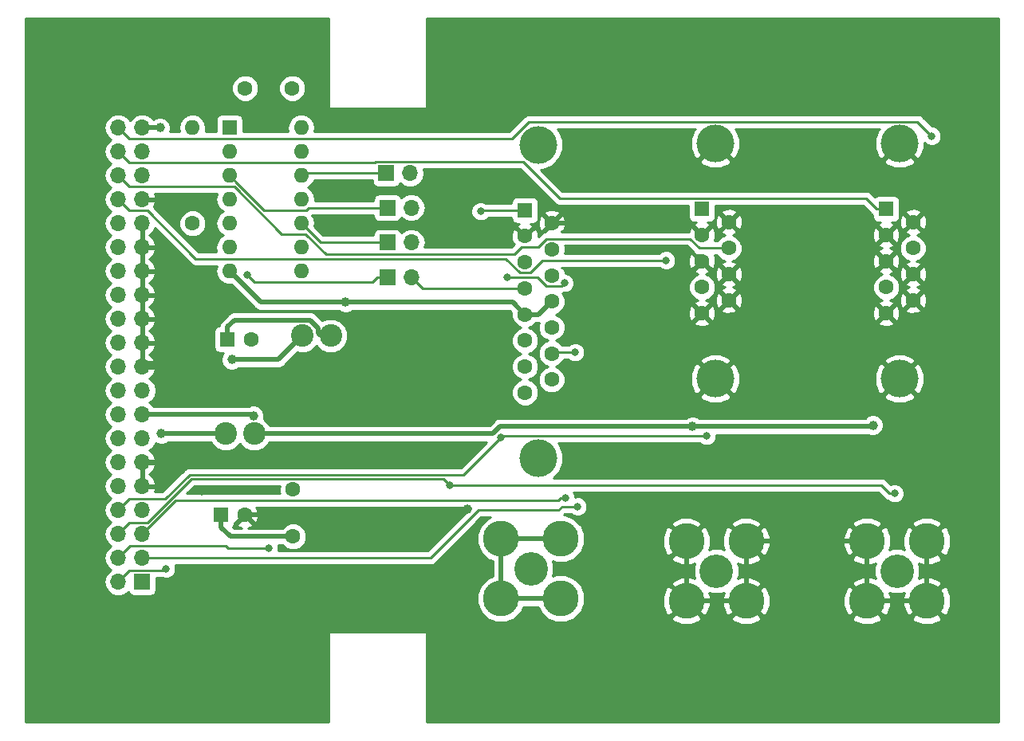
<source format=gbr>
G04 #@! TF.GenerationSoftware,KiCad,Pcbnew,5.0.2-bee76a0~70~ubuntu16.04.1*
G04 #@! TF.CreationDate,2022-01-22T11:01:39+01:00*
G04 #@! TF.ProjectId,breakoutBoard,62726561-6b6f-4757-9442-6f6172642e6b,rev?*
G04 #@! TF.SameCoordinates,Original*
G04 #@! TF.FileFunction,Copper,L1,Top*
G04 #@! TF.FilePolarity,Positive*
%FSLAX46Y46*%
G04 Gerber Fmt 4.6, Leading zero omitted, Abs format (unit mm)*
G04 Created by KiCad (PCBNEW 5.0.2-bee76a0~70~ubuntu16.04.1) date lör 22 jan 2022 11:01:39*
%MOMM*%
%LPD*%
G01*
G04 APERTURE LIST*
G04 #@! TA.AperFunction,ComponentPad*
%ADD10C,1.600000*%
G04 #@! TD*
G04 #@! TA.AperFunction,ComponentPad*
%ADD11O,1.600000X1.600000*%
G04 #@! TD*
G04 #@! TA.AperFunction,ComponentPad*
%ADD12C,3.810000*%
G04 #@! TD*
G04 #@! TA.AperFunction,ComponentPad*
%ADD13C,3.556000*%
G04 #@! TD*
G04 #@! TA.AperFunction,ComponentPad*
%ADD14R,1.600000X1.600000*%
G04 #@! TD*
G04 #@! TA.AperFunction,ComponentPad*
%ADD15C,4.000000*%
G04 #@! TD*
G04 #@! TA.AperFunction,ComponentPad*
%ADD16O,1.700000X1.700000*%
G04 #@! TD*
G04 #@! TA.AperFunction,ComponentPad*
%ADD17R,1.700000X1.700000*%
G04 #@! TD*
G04 #@! TA.AperFunction,ComponentPad*
%ADD18C,2.400000*%
G04 #@! TD*
G04 #@! TA.AperFunction,ViaPad*
%ADD19C,0.800000*%
G04 #@! TD*
G04 #@! TA.AperFunction,ViaPad*
%ADD20C,1.000000*%
G04 #@! TD*
G04 #@! TA.AperFunction,Conductor*
%ADD21C,0.250000*%
G04 #@! TD*
G04 #@! TA.AperFunction,Conductor*
%ADD22C,0.500000*%
G04 #@! TD*
G04 #@! TA.AperFunction,Conductor*
%ADD23C,0.254000*%
G04 #@! TD*
G04 APERTURE END LIST*
D10*
G04 #@! TO.P,R1,1*
G04 #@! TO.N,/+5DIGITAL*
X48895000Y-65659000D03*
D11*
G04 #@! TO.P,R1,2*
G04 #@! TO.N,/DISP_CH02*
X48895000Y-55499000D03*
G04 #@! TD*
D12*
G04 #@! TO.P,J5,2*
G04 #@! TO.N,GNDA*
X101346000Y-99441000D03*
D13*
G04 #@! TO.P,J5,1*
G04 #@! TO.N,/YOUT*
X104521000Y-102616000D03*
D12*
G04 #@! TO.P,J5,2*
G04 #@! TO.N,GNDA*
X107696000Y-99441000D03*
X101346000Y-105791000D03*
X107696000Y-105791000D03*
G04 #@! TD*
G04 #@! TO.P,J7,2*
G04 #@! TO.N,GNDA*
X126873000Y-105791000D03*
X120523000Y-105791000D03*
X126873000Y-99441000D03*
D13*
G04 #@! TO.P,J7,1*
G04 #@! TO.N,/XOUT*
X123698000Y-102616000D03*
D12*
G04 #@! TO.P,J7,2*
G04 #@! TO.N,GNDA*
X120523000Y-99441000D03*
G04 #@! TD*
G04 #@! TO.P,J6,2*
G04 #@! TO.N,GND*
X81661000Y-99187000D03*
D13*
G04 #@! TO.P,J6,1*
G04 #@! TO.N,/Z*
X84836000Y-102362000D03*
D12*
G04 #@! TO.P,J6,2*
G04 #@! TO.N,GND*
X88011000Y-99187000D03*
X81661000Y-105537000D03*
X88011000Y-105537000D03*
G04 #@! TD*
D10*
G04 #@! TO.P,C2,2*
G04 #@! TO.N,GND*
X55118000Y-77978000D03*
D14*
G04 #@! TO.P,C2,1*
G04 #@! TO.N,/+5DIGITAL*
X52618000Y-77978000D03*
G04 #@! TD*
G04 #@! TO.P,C4,1*
G04 #@! TO.N,/+5ANALOG*
X51943000Y-96647000D03*
D10*
G04 #@! TO.P,C4,2*
G04 #@! TO.N,GNDA*
X54443000Y-96647000D03*
G04 #@! TD*
G04 #@! TO.P,C3,2*
G04 #@! TO.N,GND*
X59483000Y-51308000D03*
G04 #@! TO.P,C3,1*
G04 #@! TO.N,/+5DIGITAL*
X54483000Y-51308000D03*
G04 #@! TD*
G04 #@! TO.P,C1,1*
G04 #@! TO.N,/+5ANALOG*
X59563000Y-98933000D03*
G04 #@! TO.P,C1,2*
G04 #@! TO.N,GNDA*
X59563000Y-93933000D03*
G04 #@! TD*
D14*
G04 #@! TO.P,J4,1*
G04 #@! TO.N,/XOUT*
X84201000Y-64262000D03*
D10*
G04 #@! TO.P,J4,2*
G04 #@! TO.N,GNDA*
X84201000Y-67032000D03*
G04 #@! TO.P,J4,3*
X84201000Y-69802000D03*
G04 #@! TO.P,J4,4*
G04 #@! TO.N,/Z*
X84201000Y-72572000D03*
G04 #@! TO.P,J4,5*
G04 #@! TO.N,GND*
X84201000Y-75342000D03*
G04 #@! TO.P,J4,6*
X84201000Y-78112000D03*
G04 #@! TO.P,J4,7*
X84201000Y-80882000D03*
G04 #@! TO.P,J4,8*
X84201000Y-83652000D03*
G04 #@! TO.P,J4,9*
G04 #@! TO.N,GNDA*
X87041000Y-65647000D03*
G04 #@! TO.P,J4,10*
G04 #@! TO.N,/YOUT*
X87041000Y-68417000D03*
G04 #@! TO.P,J4,11*
G04 #@! TO.N,GNDA*
X87041000Y-71187000D03*
G04 #@! TO.P,J4,12*
G04 #@! TO.N,GND*
X87041000Y-73957000D03*
G04 #@! TO.P,J4,13*
G04 #@! TO.N,/NON-STORE*
X87041000Y-76727000D03*
G04 #@! TO.P,J4,14*
G04 #@! TO.N,/ERASE*
X87041000Y-79497000D03*
G04 #@! TO.P,J4,15*
G04 #@! TO.N,GND*
X87041000Y-82267000D03*
D15*
G04 #@! TO.P,J4,0*
X85621000Y-90607000D03*
X85621000Y-57307000D03*
G04 #@! TD*
G04 #@! TO.P,J3,0*
G04 #@! TO.N,GNDA*
X123975000Y-57175000D03*
X123975000Y-82175000D03*
D10*
G04 #@! TO.P,J3,9*
X125395000Y-73830000D03*
G04 #@! TO.P,J3,8*
X125395000Y-71060000D03*
G04 #@! TO.P,J3,7*
G04 #@! TO.N,/JOY1ANGLE*
X125395000Y-68290000D03*
G04 #@! TO.P,J3,6*
G04 #@! TO.N,GNDA*
X125395000Y-65520000D03*
G04 #@! TO.P,J3,5*
X122555000Y-75215000D03*
G04 #@! TO.P,J3,4*
G04 #@! TO.N,/+5ANALOG*
X122555000Y-72445000D03*
G04 #@! TO.P,J3,3*
G04 #@! TO.N,GNDA*
X122555000Y-69675000D03*
G04 #@! TO.P,J3,2*
X122555000Y-66905000D03*
D14*
G04 #@! TO.P,J3,1*
G04 #@! TO.N,/JOY1ACC*
X122555000Y-64135000D03*
G04 #@! TD*
G04 #@! TO.P,J2,1*
G04 #@! TO.N,/JOY2ACC*
X102997000Y-64135000D03*
D10*
G04 #@! TO.P,J2,2*
G04 #@! TO.N,GNDA*
X102997000Y-66905000D03*
G04 #@! TO.P,J2,3*
X102997000Y-69675000D03*
G04 #@! TO.P,J2,4*
G04 #@! TO.N,/+5ANALOG*
X102997000Y-72445000D03*
G04 #@! TO.P,J2,5*
G04 #@! TO.N,GNDA*
X102997000Y-75215000D03*
G04 #@! TO.P,J2,6*
X105837000Y-65520000D03*
G04 #@! TO.P,J2,7*
G04 #@! TO.N,/JOY2ANGLE*
X105837000Y-68290000D03*
G04 #@! TO.P,J2,8*
G04 #@! TO.N,GNDA*
X105837000Y-71060000D03*
G04 #@! TO.P,J2,9*
X105837000Y-73830000D03*
D15*
G04 #@! TO.P,J2,0*
X104417000Y-82175000D03*
X104417000Y-57175000D03*
G04 #@! TD*
D16*
G04 #@! TO.P,JP4,2*
G04 #@! TO.N,/Z*
X72136000Y-67691000D03*
D17*
G04 #@! TO.P,JP4,1*
G04 #@! TO.N,Net-(JP4-Pad1)*
X69596000Y-67691000D03*
G04 #@! TD*
G04 #@! TO.P,JP2,1*
G04 #@! TO.N,Net-(JP2-Pad1)*
X69596000Y-71374000D03*
D16*
G04 #@! TO.P,JP2,2*
G04 #@! TO.N,/Z*
X72136000Y-71374000D03*
G04 #@! TD*
G04 #@! TO.P,JP1,2*
G04 #@! TO.N,/Z*
X72136000Y-64008000D03*
D17*
G04 #@! TO.P,JP1,1*
G04 #@! TO.N,Net-(JP1-Pad1)*
X69596000Y-64008000D03*
G04 #@! TD*
G04 #@! TO.P,JP3,1*
G04 #@! TO.N,Net-(JP3-Pad1)*
X69469000Y-60325000D03*
D16*
G04 #@! TO.P,JP3,2*
G04 #@! TO.N,/Z*
X72009000Y-60325000D03*
G04 #@! TD*
D17*
G04 #@! TO.P,J1,1*
G04 #@! TO.N,Net-(J1-Pad1)*
X43561000Y-103759000D03*
D16*
G04 #@! TO.P,J1,2*
G04 #@! TO.N,/DISP_CH02*
X41021000Y-103759000D03*
G04 #@! TO.P,J1,3*
G04 #@! TO.N,/ERASE*
X43561000Y-101219000D03*
G04 #@! TO.P,J1,4*
G04 #@! TO.N,/INTENSIFY*
X41021000Y-101219000D03*
G04 #@! TO.P,J1,5*
G04 #@! TO.N,/NON-STORE*
X43561000Y-98679000D03*
G04 #@! TO.P,J1,6*
G04 #@! TO.N,/XOUT*
X41021000Y-98679000D03*
G04 #@! TO.P,J1,7*
G04 #@! TO.N,GND*
X43561000Y-96139000D03*
G04 #@! TO.P,J1,8*
G04 #@! TO.N,/YOUT*
X41021000Y-96139000D03*
G04 #@! TO.P,J1,9*
G04 #@! TO.N,GNDA*
X43561000Y-93599000D03*
G04 #@! TO.P,J1,10*
G04 #@! TO.N,Net-(J1-Pad10)*
X41021000Y-93599000D03*
G04 #@! TO.P,J1,11*
G04 #@! TO.N,GNDA*
X43561000Y-91059000D03*
G04 #@! TO.P,J1,12*
G04 #@! TO.N,Net-(J1-Pad12)*
X41021000Y-91059000D03*
G04 #@! TO.P,J1,13*
G04 #@! TO.N,GND*
X43561000Y-88519000D03*
G04 #@! TO.P,J1,14*
G04 #@! TO.N,Net-(J1-Pad14)*
X41021000Y-88519000D03*
G04 #@! TO.P,J1,15*
G04 #@! TO.N,GND*
X43561000Y-85979000D03*
G04 #@! TO.P,J1,16*
G04 #@! TO.N,Net-(J1-Pad16)*
X41021000Y-85979000D03*
G04 #@! TO.P,J1,17*
G04 #@! TO.N,Net-(J1-Pad17)*
X43561000Y-83439000D03*
G04 #@! TO.P,J1,18*
G04 #@! TO.N,Net-(J1-Pad18)*
X41021000Y-83439000D03*
G04 #@! TO.P,J1,19*
G04 #@! TO.N,GNDA*
X43561000Y-80899000D03*
G04 #@! TO.P,J1,20*
G04 #@! TO.N,Net-(J1-Pad20)*
X41021000Y-80899000D03*
G04 #@! TO.P,J1,21*
G04 #@! TO.N,GNDA*
X43561000Y-78359000D03*
G04 #@! TO.P,J1,22*
G04 #@! TO.N,Net-(J1-Pad22)*
X41021000Y-78359000D03*
G04 #@! TO.P,J1,23*
G04 #@! TO.N,GNDA*
X43561000Y-75819000D03*
G04 #@! TO.P,J1,24*
G04 #@! TO.N,Net-(J1-Pad24)*
X41021000Y-75819000D03*
G04 #@! TO.P,J1,25*
G04 #@! TO.N,GNDA*
X43561000Y-73279000D03*
G04 #@! TO.P,J1,26*
G04 #@! TO.N,Net-(J1-Pad26)*
X41021000Y-73279000D03*
G04 #@! TO.P,J1,27*
G04 #@! TO.N,GNDA*
X43561000Y-70739000D03*
G04 #@! TO.P,J1,28*
G04 #@! TO.N,Net-(J1-Pad28)*
X41021000Y-70739000D03*
G04 #@! TO.P,J1,29*
G04 #@! TO.N,GNDA*
X43561000Y-68199000D03*
G04 #@! TO.P,J1,30*
G04 #@! TO.N,Net-(J1-Pad30)*
X41021000Y-68199000D03*
G04 #@! TO.P,J1,31*
G04 #@! TO.N,GNDA*
X43561000Y-65659000D03*
G04 #@! TO.P,J1,32*
G04 #@! TO.N,Net-(J1-Pad32)*
X41021000Y-65659000D03*
G04 #@! TO.P,J1,33*
G04 #@! TO.N,GNDA*
X43561000Y-63119000D03*
G04 #@! TO.P,J1,34*
G04 #@! TO.N,/JOY2ACC*
X41021000Y-63119000D03*
G04 #@! TO.P,J1,35*
G04 #@! TO.N,Net-(J1-Pad35)*
X43561000Y-60579000D03*
G04 #@! TO.P,J1,36*
G04 #@! TO.N,/JOY2ANGLE*
X41021000Y-60579000D03*
G04 #@! TO.P,J1,37*
G04 #@! TO.N,Net-(J1-Pad37)*
X43561000Y-58039000D03*
G04 #@! TO.P,J1,38*
G04 #@! TO.N,/JOY1ACC*
X41021000Y-58039000D03*
G04 #@! TO.P,J1,39*
G04 #@! TO.N,/+5V*
X43561000Y-55499000D03*
G04 #@! TO.P,J1,40*
G04 #@! TO.N,/JOY1ANGLE*
X41021000Y-55499000D03*
G04 #@! TD*
D18*
G04 #@! TO.P,L1,2*
G04 #@! TO.N,/+5ANALOG*
X55451000Y-88011000D03*
G04 #@! TO.P,L1,1*
G04 #@! TO.N,/+5V*
X52451000Y-88011000D03*
G04 #@! TD*
G04 #@! TO.P,L2,1*
G04 #@! TO.N,/+5V*
X60579000Y-77597000D03*
G04 #@! TO.P,L2,2*
G04 #@! TO.N,/+5DIGITAL*
X63579000Y-77597000D03*
G04 #@! TD*
D14*
G04 #@! TO.P,U1,1*
G04 #@! TO.N,/DISP_CH02*
X52832000Y-55499000D03*
D11*
G04 #@! TO.P,U1,8*
G04 #@! TO.N,N/C*
X60452000Y-70739000D03*
G04 #@! TO.P,U1,2*
G04 #@! TO.N,Net-(JP1-Pad1)*
X52832000Y-58039000D03*
G04 #@! TO.P,U1,9*
G04 #@! TO.N,N/C*
X60452000Y-68199000D03*
G04 #@! TO.P,U1,3*
G04 #@! TO.N,Net-(JP1-Pad1)*
X52832000Y-60579000D03*
G04 #@! TO.P,U1,10*
G04 #@! TO.N,Net-(JP4-Pad1)*
X60452000Y-65659000D03*
G04 #@! TO.P,U1,4*
G04 #@! TO.N,Net-(JP2-Pad1)*
X52832000Y-63119000D03*
G04 #@! TO.P,U1,11*
G04 #@! TO.N,Net-(JP3-Pad1)*
X60452000Y-63119000D03*
G04 #@! TO.P,U1,5*
G04 #@! TO.N,N/C*
X52832000Y-65659000D03*
G04 #@! TO.P,U1,12*
G04 #@! TO.N,Net-(JP3-Pad1)*
X60452000Y-60579000D03*
G04 #@! TO.P,U1,6*
G04 #@! TO.N,N/C*
X52832000Y-68199000D03*
G04 #@! TO.P,U1,13*
G04 #@! TO.N,/INTENSIFY*
X60452000Y-58039000D03*
G04 #@! TO.P,U1,7*
G04 #@! TO.N,GND*
X52832000Y-70739000D03*
G04 #@! TO.P,U1,14*
G04 #@! TO.N,/+5DIGITAL*
X60452000Y-55499000D03*
G04 #@! TD*
D19*
G04 #@! TO.N,Net-(JP2-Pad1)*
X54737000Y-71120000D03*
G04 #@! TO.N,/DISP_CH02*
X46101000Y-102362000D03*
G04 #@! TO.N,/INTENSIFY*
X57023000Y-100203000D03*
D20*
G04 #@! TO.N,GND*
X55372000Y-86106000D03*
X65151000Y-74041000D03*
G04 #@! TO.N,/+5V*
X45466000Y-55499000D03*
X45593000Y-88011000D03*
X53086000Y-80137000D03*
G04 #@! TO.N,/+5ANALOG*
X101981000Y-87249000D03*
X121158000Y-87122000D03*
D19*
G04 #@! TO.N,/ERASE*
X89789000Y-95758000D03*
X89535000Y-79375000D03*
G04 #@! TO.N,/NON-STORE*
X88519000Y-94869000D03*
G04 #@! TO.N,/XOUT*
X79502000Y-64389000D03*
X76200000Y-93472000D03*
X123444000Y-94361000D03*
G04 #@! TO.N,/YOUT*
X81661000Y-88392000D03*
X82296000Y-71374000D03*
X88392000Y-72009000D03*
X103505000Y-88265000D03*
D20*
G04 #@! TO.N,GNDA*
X45974000Y-91059000D03*
X46416000Y-80518000D03*
X59690000Y-96774000D03*
X54356000Y-93980000D03*
X49911000Y-94107000D03*
X49657000Y-91059000D03*
X78105000Y-96012000D03*
D19*
G04 #@! TO.N,/JOY2ACC*
X99187000Y-69596000D03*
G04 #@! TO.N,/JOY1ANGLE*
X127381000Y-56388000D03*
G04 #@! TD*
D21*
G04 #@! TO.N,Net-(JP3-Pad1)*
X60706000Y-60325000D02*
X60452000Y-60579000D01*
X69469000Y-60325000D02*
X60706000Y-60325000D01*
G04 #@! TO.N,Net-(JP1-Pad1)*
X53631999Y-61378999D02*
X52832000Y-60579000D01*
X60992001Y-64244001D02*
X56497001Y-64244001D01*
X56497001Y-64244001D02*
X53631999Y-61378999D01*
X61228002Y-64008000D02*
X60992001Y-64244001D01*
X69596000Y-64008000D02*
X61228002Y-64008000D01*
G04 #@! TO.N,Net-(JP2-Pad1)*
X68496000Y-71374000D02*
X68005999Y-71864001D01*
X55481001Y-71864001D02*
X54737000Y-71120000D01*
X69596000Y-71374000D02*
X68496000Y-71374000D01*
X68005999Y-71864001D02*
X55481001Y-71864001D01*
G04 #@! TO.N,Net-(JP4-Pad1)*
X62484000Y-67691000D02*
X60452000Y-65659000D01*
X69596000Y-67691000D02*
X62484000Y-67691000D01*
G04 #@! TO.N,/DISP_CH02*
X45879001Y-102583999D02*
X46101000Y-102362000D01*
X42196001Y-102583999D02*
X45879001Y-102583999D01*
X41021000Y-103759000D02*
X42196001Y-102583999D01*
G04 #@! TO.N,/INTENSIFY*
X52393315Y-99949000D02*
X52647315Y-100203000D01*
X41021000Y-101219000D02*
X42291000Y-99949000D01*
X42291000Y-99949000D02*
X52393315Y-99949000D01*
X52647315Y-100203000D02*
X56457315Y-100203000D01*
X56457315Y-100203000D02*
X57023000Y-100203000D01*
D22*
G04 #@! TO.N,GND*
X55245000Y-85979000D02*
X55372000Y-86106000D01*
X43561000Y-85979000D02*
X55245000Y-85979000D01*
X56134000Y-74041000D02*
X52832000Y-70739000D01*
X65151000Y-74041000D02*
X56134000Y-74041000D01*
X82900000Y-74041000D02*
X84201000Y-75342000D01*
X65151000Y-74041000D02*
X82900000Y-74041000D01*
X85656000Y-75342000D02*
X87041000Y-73957000D01*
X84201000Y-75342000D02*
X85656000Y-75342000D01*
X85316924Y-99187000D02*
X81661000Y-99187000D01*
X88011000Y-99187000D02*
X85316924Y-99187000D01*
X81661000Y-101881076D02*
X81661000Y-105537000D01*
X81661000Y-99187000D02*
X81661000Y-101881076D01*
X84355076Y-105537000D02*
X88011000Y-105537000D01*
X81661000Y-105537000D02*
X84355076Y-105537000D01*
G04 #@! TO.N,/+5DIGITAL*
X52618000Y-76678000D02*
X52618000Y-77978000D01*
X61371001Y-75946999D02*
X53349001Y-75946999D01*
X62229001Y-77342001D02*
X62229001Y-76804999D01*
X62484000Y-77597000D02*
X62229001Y-77342001D01*
X53349001Y-75946999D02*
X52618000Y-76678000D01*
X62229001Y-76804999D02*
X61371001Y-75946999D01*
X63579000Y-77597000D02*
X62484000Y-77597000D01*
G04 #@! TO.N,/+5V*
X43561000Y-55499000D02*
X45466000Y-55499000D01*
X45593000Y-88011000D02*
X52451000Y-88011000D01*
X58039000Y-80137000D02*
X60579000Y-77597000D01*
X53086000Y-80137000D02*
X58039000Y-80137000D01*
G04 #@! TO.N,/+5ANALOG*
X58431630Y-98933000D02*
X59563000Y-98933000D01*
X52929000Y-98933000D02*
X58431630Y-98933000D01*
X51943000Y-97947000D02*
X52929000Y-98933000D01*
X51943000Y-96647000D02*
X51943000Y-97947000D01*
X81572999Y-87249000D02*
X101981000Y-87249000D01*
X80810999Y-88011000D02*
X81572999Y-87249000D01*
X55451000Y-88011000D02*
X80810999Y-88011000D01*
X121031000Y-87249000D02*
X121158000Y-87122000D01*
X101981000Y-87249000D02*
X121031000Y-87249000D01*
D21*
G04 #@! TO.N,/ERASE*
X87163000Y-79375000D02*
X87041000Y-79497000D01*
X89535000Y-79375000D02*
X87163000Y-79375000D01*
X79248000Y-96139000D02*
X87758598Y-96139000D01*
X88139598Y-95758000D02*
X89223315Y-95758000D01*
X89223315Y-95758000D02*
X89789000Y-95758000D01*
X43561000Y-101219000D02*
X74168000Y-101219000D01*
X87758598Y-96139000D02*
X88139598Y-95758000D01*
X74168000Y-101219000D02*
X79248000Y-96139000D01*
G04 #@! TO.N,/NON-STORE*
X87953315Y-94869000D02*
X88519000Y-94869000D01*
X43561000Y-98679000D02*
X47117004Y-95122996D01*
X47117004Y-95122996D02*
X87699319Y-95122996D01*
X87699319Y-95122996D02*
X87953315Y-94869000D01*
G04 #@! TO.N,/XOUT*
X79629000Y-64262000D02*
X79502000Y-64389000D01*
X84201000Y-64262000D02*
X79629000Y-64262000D01*
X42196001Y-97503999D02*
X41870999Y-97829001D01*
X44099591Y-97503999D02*
X42196001Y-97503999D01*
X41870999Y-97829001D02*
X41021000Y-98679000D01*
X48795591Y-92807999D02*
X44099591Y-97503999D01*
X75535999Y-92807999D02*
X48795591Y-92807999D01*
X76200000Y-93472000D02*
X75535999Y-92807999D01*
X76765685Y-93472000D02*
X76200000Y-93472000D01*
X121989315Y-93472000D02*
X76765685Y-93472000D01*
X122878315Y-94361000D02*
X121989315Y-93472000D01*
X123444000Y-94361000D02*
X122878315Y-94361000D01*
G04 #@! TO.N,/YOUT*
X77695011Y-92357989D02*
X81661000Y-88392000D01*
X41021000Y-96139000D02*
X42196001Y-94963999D01*
X42196001Y-94963999D02*
X46003181Y-94963999D01*
X46003181Y-94963999D02*
X48609191Y-92357989D01*
X48609191Y-92357989D02*
X77695011Y-92357989D01*
X88088999Y-72312001D02*
X88392000Y-72009000D01*
X86500999Y-72312001D02*
X88088999Y-72312001D01*
X82296000Y-71374000D02*
X82861685Y-71374000D01*
X82861685Y-71374000D02*
X82864696Y-71377011D01*
X82864696Y-71377011D02*
X85566009Y-71377011D01*
X85566009Y-71377011D02*
X86500999Y-72312001D01*
X81788000Y-88265000D02*
X81661000Y-88392000D01*
X103505000Y-88265000D02*
X81788000Y-88265000D01*
D22*
G04 #@! TO.N,GNDA*
X43561000Y-91059000D02*
X45974000Y-91059000D01*
X43942000Y-80518000D02*
X43561000Y-80899000D01*
X46416000Y-80518000D02*
X43942000Y-80518000D01*
X59563000Y-96647000D02*
X59690000Y-96774000D01*
X54443000Y-96647000D02*
X59563000Y-96647000D01*
X50038000Y-93980000D02*
X49911000Y-94107000D01*
X54356000Y-93980000D02*
X50038000Y-93980000D01*
X49657000Y-91059000D02*
X45974000Y-91059000D01*
X101739000Y-65647000D02*
X102997000Y-66905000D01*
X87041000Y-65647000D02*
X101739000Y-65647000D01*
X60452000Y-96012000D02*
X59690000Y-96774000D01*
X78105000Y-96012000D02*
X60452000Y-96012000D01*
X126873000Y-99441000D02*
X126873000Y-105791000D01*
X126873000Y-105791000D02*
X120523000Y-105791000D01*
X120523000Y-105791000D02*
X120523000Y-99441000D01*
X107696000Y-102135076D02*
X107696000Y-105791000D01*
X107696000Y-99441000D02*
X107696000Y-102135076D01*
X105001924Y-105791000D02*
X101346000Y-105791000D01*
X107696000Y-105791000D02*
X105001924Y-105791000D01*
X101346000Y-103096924D02*
X101346000Y-99441000D01*
X101346000Y-105791000D02*
X101346000Y-103096924D01*
X110390076Y-99441000D02*
X120523000Y-99441000D01*
X107696000Y-99441000D02*
X110390076Y-99441000D01*
D21*
G04 #@! TO.N,/JOY2ACC*
X86072002Y-69596000D02*
X99187000Y-69596000D01*
X83660999Y-70927001D02*
X84741001Y-70927001D01*
X82145008Y-69411010D02*
X83660999Y-70927001D01*
X84741001Y-70927001D02*
X86072002Y-69596000D01*
X42196001Y-64294001D02*
X44125001Y-64294001D01*
X44125001Y-64294001D02*
X49242010Y-69411010D01*
X41021000Y-63119000D02*
X42196001Y-64294001D01*
X49242010Y-69411010D02*
X82145008Y-69411010D01*
G04 #@! TO.N,/JOY2ANGLE*
X104705630Y-68290000D02*
X105837000Y-68290000D01*
X102716998Y-68290000D02*
X104705630Y-68290000D01*
X101718997Y-67291999D02*
X102716998Y-68290000D01*
X86500999Y-67291999D02*
X101718997Y-67291999D01*
X83861999Y-68157001D02*
X85635997Y-68157001D01*
X63117590Y-68961000D02*
X83058000Y-68961000D01*
X60940591Y-66784001D02*
X63117590Y-68961000D01*
X58400591Y-66784001D02*
X60940591Y-66784001D01*
X53370591Y-61754001D02*
X58400591Y-66784001D01*
X83058000Y-68961000D02*
X83861999Y-68157001D01*
X42196001Y-61754001D02*
X53370591Y-61754001D01*
X85635997Y-68157001D02*
X86500999Y-67291999D01*
X41021000Y-60579000D02*
X42196001Y-61754001D01*
G04 #@! TO.N,/JOY1ACC*
X87882997Y-63009999D02*
X120379999Y-63009999D01*
X84022997Y-59149999D02*
X87882997Y-63009999D01*
X121505000Y-64135000D02*
X122555000Y-64135000D01*
X68358999Y-59149999D02*
X84022997Y-59149999D01*
X68294997Y-59214001D02*
X68358999Y-59149999D01*
X120379999Y-63009999D02*
X121505000Y-64135000D01*
X42196001Y-59214001D02*
X68294997Y-59214001D01*
X41021000Y-58039000D02*
X42196001Y-59214001D01*
G04 #@! TO.N,/JOY1ANGLE*
X125842999Y-54849999D02*
X127381000Y-56388000D01*
X41021000Y-55499000D02*
X42196001Y-56674001D01*
X42196001Y-56674001D02*
X82812997Y-56674001D01*
X82812997Y-56674001D02*
X84636999Y-54849999D01*
X84636999Y-54849999D02*
X125842999Y-54849999D01*
G04 #@! TO.N,/Z*
X73334000Y-72572000D02*
X84201000Y-72572000D01*
X72136000Y-71374000D02*
X73334000Y-72572000D01*
G04 #@! TD*
D23*
G04 #@! TO.N,GNDA*
G36*
X63373000Y-53340000D02*
X63382667Y-53388601D01*
X63410197Y-53429803D01*
X63451399Y-53457333D01*
X63500000Y-53467000D01*
X73660000Y-53467000D01*
X73708601Y-53457333D01*
X73749803Y-53429803D01*
X73777333Y-53388601D01*
X73787000Y-53340000D01*
X73787000Y-43890000D01*
X134493000Y-43890000D01*
X134493000Y-118670000D01*
X73787000Y-118670000D01*
X73787000Y-109220000D01*
X73777333Y-109171399D01*
X73749803Y-109130197D01*
X73708601Y-109102667D01*
X73660000Y-109093000D01*
X63500000Y-109093000D01*
X63451399Y-109102667D01*
X63410197Y-109130197D01*
X63382667Y-109171399D01*
X63373000Y-109220000D01*
X63373000Y-118670000D01*
X31190000Y-118670000D01*
X31190000Y-55499000D01*
X39506908Y-55499000D01*
X39622161Y-56078418D01*
X39950375Y-56569625D01*
X40248761Y-56769000D01*
X39950375Y-56968375D01*
X39622161Y-57459582D01*
X39506908Y-58039000D01*
X39622161Y-58618418D01*
X39950375Y-59109625D01*
X40248761Y-59309000D01*
X39950375Y-59508375D01*
X39622161Y-59999582D01*
X39506908Y-60579000D01*
X39622161Y-61158418D01*
X39950375Y-61649625D01*
X40248761Y-61849000D01*
X39950375Y-62048375D01*
X39622161Y-62539582D01*
X39506908Y-63119000D01*
X39622161Y-63698418D01*
X39950375Y-64189625D01*
X40248761Y-64389000D01*
X39950375Y-64588375D01*
X39622161Y-65079582D01*
X39506908Y-65659000D01*
X39622161Y-66238418D01*
X39950375Y-66729625D01*
X40248761Y-66929000D01*
X39950375Y-67128375D01*
X39622161Y-67619582D01*
X39506908Y-68199000D01*
X39622161Y-68778418D01*
X39950375Y-69269625D01*
X40248761Y-69469000D01*
X39950375Y-69668375D01*
X39622161Y-70159582D01*
X39506908Y-70739000D01*
X39622161Y-71318418D01*
X39950375Y-71809625D01*
X40248761Y-72009000D01*
X39950375Y-72208375D01*
X39622161Y-72699582D01*
X39506908Y-73279000D01*
X39622161Y-73858418D01*
X39950375Y-74349625D01*
X40248761Y-74549000D01*
X39950375Y-74748375D01*
X39622161Y-75239582D01*
X39506908Y-75819000D01*
X39622161Y-76398418D01*
X39950375Y-76889625D01*
X40248761Y-77089000D01*
X39950375Y-77288375D01*
X39622161Y-77779582D01*
X39506908Y-78359000D01*
X39622161Y-78938418D01*
X39950375Y-79429625D01*
X40248761Y-79629000D01*
X39950375Y-79828375D01*
X39622161Y-80319582D01*
X39506908Y-80899000D01*
X39622161Y-81478418D01*
X39950375Y-81969625D01*
X40248761Y-82169000D01*
X39950375Y-82368375D01*
X39622161Y-82859582D01*
X39506908Y-83439000D01*
X39622161Y-84018418D01*
X39950375Y-84509625D01*
X40248761Y-84709000D01*
X39950375Y-84908375D01*
X39622161Y-85399582D01*
X39506908Y-85979000D01*
X39622161Y-86558418D01*
X39950375Y-87049625D01*
X40248761Y-87249000D01*
X39950375Y-87448375D01*
X39622161Y-87939582D01*
X39506908Y-88519000D01*
X39622161Y-89098418D01*
X39950375Y-89589625D01*
X40248761Y-89789000D01*
X39950375Y-89988375D01*
X39622161Y-90479582D01*
X39506908Y-91059000D01*
X39622161Y-91638418D01*
X39950375Y-92129625D01*
X40248761Y-92329000D01*
X39950375Y-92528375D01*
X39622161Y-93019582D01*
X39506908Y-93599000D01*
X39622161Y-94178418D01*
X39950375Y-94669625D01*
X40248761Y-94869000D01*
X39950375Y-95068375D01*
X39622161Y-95559582D01*
X39506908Y-96139000D01*
X39622161Y-96718418D01*
X39950375Y-97209625D01*
X40248761Y-97409000D01*
X39950375Y-97608375D01*
X39622161Y-98099582D01*
X39506908Y-98679000D01*
X39622161Y-99258418D01*
X39950375Y-99749625D01*
X40248761Y-99949000D01*
X39950375Y-100148375D01*
X39622161Y-100639582D01*
X39506908Y-101219000D01*
X39622161Y-101798418D01*
X39950375Y-102289625D01*
X40248761Y-102489000D01*
X39950375Y-102688375D01*
X39622161Y-103179582D01*
X39506908Y-103759000D01*
X39622161Y-104338418D01*
X39950375Y-104829625D01*
X40441582Y-105157839D01*
X40874744Y-105244000D01*
X41167256Y-105244000D01*
X41600418Y-105157839D01*
X42091625Y-104829625D01*
X42103816Y-104811381D01*
X42112843Y-104856765D01*
X42253191Y-105066809D01*
X42463235Y-105207157D01*
X42711000Y-105256440D01*
X44411000Y-105256440D01*
X44658765Y-105207157D01*
X44868809Y-105066809D01*
X45009157Y-104856765D01*
X45058440Y-104609000D01*
X45058440Y-103343999D01*
X45767170Y-103343999D01*
X45895126Y-103397000D01*
X46306874Y-103397000D01*
X46687280Y-103239431D01*
X46978431Y-102948280D01*
X47136000Y-102567874D01*
X47136000Y-102156126D01*
X47062632Y-101979000D01*
X74093153Y-101979000D01*
X74168000Y-101993888D01*
X74242847Y-101979000D01*
X74242852Y-101979000D01*
X74464537Y-101934904D01*
X74715929Y-101766929D01*
X74758331Y-101703470D01*
X79562802Y-96899000D01*
X80547380Y-96899000D01*
X80222205Y-97033692D01*
X79507692Y-97748205D01*
X79121000Y-98681762D01*
X79121000Y-99692238D01*
X79507692Y-100625795D01*
X80222205Y-101340308D01*
X80776001Y-101569698D01*
X80776001Y-101793907D01*
X80776000Y-101793912D01*
X80776000Y-103154302D01*
X80222205Y-103383692D01*
X79507692Y-104098205D01*
X79121000Y-105031762D01*
X79121000Y-106042238D01*
X79507692Y-106975795D01*
X80222205Y-107690308D01*
X81155762Y-108077000D01*
X82166238Y-108077000D01*
X83099795Y-107690308D01*
X83814308Y-106975795D01*
X84043697Y-106422000D01*
X85628303Y-106422000D01*
X85857692Y-106975795D01*
X86572205Y-107690308D01*
X87505762Y-108077000D01*
X88516238Y-108077000D01*
X89449795Y-107690308D01*
X89542663Y-107597440D01*
X99719165Y-107597440D01*
X99928353Y-107958289D01*
X100865650Y-108335824D01*
X101876077Y-108325933D01*
X102763647Y-107958289D01*
X102972835Y-107597440D01*
X106069165Y-107597440D01*
X106278353Y-107958289D01*
X107215650Y-108335824D01*
X108226077Y-108325933D01*
X109113647Y-107958289D01*
X109322835Y-107597440D01*
X118896165Y-107597440D01*
X119105353Y-107958289D01*
X120042650Y-108335824D01*
X121053077Y-108325933D01*
X121940647Y-107958289D01*
X122149835Y-107597440D01*
X125246165Y-107597440D01*
X125455353Y-107958289D01*
X126392650Y-108335824D01*
X127403077Y-108325933D01*
X128290647Y-107958289D01*
X128499835Y-107597440D01*
X126873000Y-105970605D01*
X125246165Y-107597440D01*
X122149835Y-107597440D01*
X120523000Y-105970605D01*
X118896165Y-107597440D01*
X109322835Y-107597440D01*
X107696000Y-105970605D01*
X106069165Y-107597440D01*
X102972835Y-107597440D01*
X101346000Y-105970605D01*
X99719165Y-107597440D01*
X89542663Y-107597440D01*
X90164308Y-106975795D01*
X90551000Y-106042238D01*
X90551000Y-105310650D01*
X98801176Y-105310650D01*
X98811067Y-106321077D01*
X99178711Y-107208647D01*
X99539560Y-107417835D01*
X101166395Y-105791000D01*
X99539560Y-104164165D01*
X99178711Y-104373353D01*
X98801176Y-105310650D01*
X90551000Y-105310650D01*
X90551000Y-105031762D01*
X90164308Y-104098205D01*
X89449795Y-103383692D01*
X88516238Y-102997000D01*
X87505762Y-102997000D01*
X87118310Y-103157488D01*
X87249000Y-102841975D01*
X87249000Y-101882025D01*
X87118310Y-101566512D01*
X87505762Y-101727000D01*
X88516238Y-101727000D01*
X89449795Y-101340308D01*
X89542663Y-101247440D01*
X99719165Y-101247440D01*
X99928353Y-101608289D01*
X100865650Y-101985824D01*
X101876077Y-101975933D01*
X102236079Y-101826815D01*
X102108000Y-102136025D01*
X102108000Y-103095975D01*
X102239075Y-103412418D01*
X101826350Y-103246176D01*
X100815923Y-103256067D01*
X99928353Y-103623711D01*
X99719165Y-103984560D01*
X101346000Y-105611395D01*
X101360143Y-105597253D01*
X101539748Y-105776858D01*
X101525605Y-105791000D01*
X103152440Y-107417835D01*
X103513289Y-107208647D01*
X103890824Y-106271350D01*
X103880933Y-105260923D01*
X103731815Y-104900921D01*
X104041025Y-105029000D01*
X105000975Y-105029000D01*
X105317418Y-104897925D01*
X105151176Y-105310650D01*
X105161067Y-106321077D01*
X105528711Y-107208647D01*
X105889560Y-107417835D01*
X107516395Y-105791000D01*
X107875605Y-105791000D01*
X109502440Y-107417835D01*
X109863289Y-107208647D01*
X110240824Y-106271350D01*
X110231420Y-105310650D01*
X117978176Y-105310650D01*
X117988067Y-106321077D01*
X118355711Y-107208647D01*
X118716560Y-107417835D01*
X120343395Y-105791000D01*
X118716560Y-104164165D01*
X118355711Y-104373353D01*
X117978176Y-105310650D01*
X110231420Y-105310650D01*
X110230933Y-105260923D01*
X109863289Y-104373353D01*
X109502440Y-104164165D01*
X107875605Y-105791000D01*
X107516395Y-105791000D01*
X107502253Y-105776858D01*
X107681858Y-105597253D01*
X107696000Y-105611395D01*
X109322835Y-103984560D01*
X109113647Y-103623711D01*
X108176350Y-103246176D01*
X107165923Y-103256067D01*
X106805921Y-103405185D01*
X106934000Y-103095975D01*
X106934000Y-102136025D01*
X106802925Y-101819582D01*
X107215650Y-101985824D01*
X108226077Y-101975933D01*
X109113647Y-101608289D01*
X109322835Y-101247440D01*
X118896165Y-101247440D01*
X119105353Y-101608289D01*
X120042650Y-101985824D01*
X121053077Y-101975933D01*
X121413079Y-101826815D01*
X121285000Y-102136025D01*
X121285000Y-103095975D01*
X121416075Y-103412418D01*
X121003350Y-103246176D01*
X119992923Y-103256067D01*
X119105353Y-103623711D01*
X118896165Y-103984560D01*
X120523000Y-105611395D01*
X120537143Y-105597253D01*
X120716748Y-105776858D01*
X120702605Y-105791000D01*
X122329440Y-107417835D01*
X122690289Y-107208647D01*
X123067824Y-106271350D01*
X123057933Y-105260923D01*
X122908815Y-104900921D01*
X123218025Y-105029000D01*
X124177975Y-105029000D01*
X124494418Y-104897925D01*
X124328176Y-105310650D01*
X124338067Y-106321077D01*
X124705711Y-107208647D01*
X125066560Y-107417835D01*
X126693395Y-105791000D01*
X127052605Y-105791000D01*
X128679440Y-107417835D01*
X129040289Y-107208647D01*
X129417824Y-106271350D01*
X129407933Y-105260923D01*
X129040289Y-104373353D01*
X128679440Y-104164165D01*
X127052605Y-105791000D01*
X126693395Y-105791000D01*
X126679253Y-105776858D01*
X126858858Y-105597253D01*
X126873000Y-105611395D01*
X128499835Y-103984560D01*
X128290647Y-103623711D01*
X127353350Y-103246176D01*
X126342923Y-103256067D01*
X125982921Y-103405185D01*
X126111000Y-103095975D01*
X126111000Y-102136025D01*
X125979925Y-101819582D01*
X126392650Y-101985824D01*
X127403077Y-101975933D01*
X128290647Y-101608289D01*
X128499835Y-101247440D01*
X126873000Y-99620605D01*
X126858858Y-99634748D01*
X126679253Y-99455143D01*
X126693395Y-99441000D01*
X127052605Y-99441000D01*
X128679440Y-101067835D01*
X129040289Y-100858647D01*
X129417824Y-99921350D01*
X129407933Y-98910923D01*
X129040289Y-98023353D01*
X128679440Y-97814165D01*
X127052605Y-99441000D01*
X126693395Y-99441000D01*
X125066560Y-97814165D01*
X124705711Y-98023353D01*
X124328176Y-98960650D01*
X124338067Y-99971077D01*
X124487185Y-100331079D01*
X124177975Y-100203000D01*
X123218025Y-100203000D01*
X122901582Y-100334075D01*
X123067824Y-99921350D01*
X123057933Y-98910923D01*
X122690289Y-98023353D01*
X122329440Y-97814165D01*
X120702605Y-99441000D01*
X120716748Y-99455143D01*
X120537143Y-99634748D01*
X120523000Y-99620605D01*
X118896165Y-101247440D01*
X109322835Y-101247440D01*
X107696000Y-99620605D01*
X107681858Y-99634748D01*
X107502253Y-99455143D01*
X107516395Y-99441000D01*
X107875605Y-99441000D01*
X109502440Y-101067835D01*
X109863289Y-100858647D01*
X110240824Y-99921350D01*
X110231420Y-98960650D01*
X117978176Y-98960650D01*
X117988067Y-99971077D01*
X118355711Y-100858647D01*
X118716560Y-101067835D01*
X120343395Y-99441000D01*
X118716560Y-97814165D01*
X118355711Y-98023353D01*
X117978176Y-98960650D01*
X110231420Y-98960650D01*
X110230933Y-98910923D01*
X109863289Y-98023353D01*
X109502440Y-97814165D01*
X107875605Y-99441000D01*
X107516395Y-99441000D01*
X105889560Y-97814165D01*
X105528711Y-98023353D01*
X105151176Y-98960650D01*
X105161067Y-99971077D01*
X105310185Y-100331079D01*
X105000975Y-100203000D01*
X104041025Y-100203000D01*
X103724582Y-100334075D01*
X103890824Y-99921350D01*
X103880933Y-98910923D01*
X103513289Y-98023353D01*
X103152440Y-97814165D01*
X101525605Y-99441000D01*
X101539748Y-99455143D01*
X101360143Y-99634748D01*
X101346000Y-99620605D01*
X99719165Y-101247440D01*
X89542663Y-101247440D01*
X90164308Y-100625795D01*
X90551000Y-99692238D01*
X90551000Y-98960650D01*
X98801176Y-98960650D01*
X98811067Y-99971077D01*
X99178711Y-100858647D01*
X99539560Y-101067835D01*
X101166395Y-99441000D01*
X99539560Y-97814165D01*
X99178711Y-98023353D01*
X98801176Y-98960650D01*
X90551000Y-98960650D01*
X90551000Y-98681762D01*
X90164308Y-97748205D01*
X90050663Y-97634560D01*
X99719165Y-97634560D01*
X101346000Y-99261395D01*
X102972835Y-97634560D01*
X106069165Y-97634560D01*
X107696000Y-99261395D01*
X109322835Y-97634560D01*
X118896165Y-97634560D01*
X120523000Y-99261395D01*
X122149835Y-97634560D01*
X125246165Y-97634560D01*
X126873000Y-99261395D01*
X128499835Y-97634560D01*
X128290647Y-97273711D01*
X127353350Y-96896176D01*
X126342923Y-96906067D01*
X125455353Y-97273711D01*
X125246165Y-97634560D01*
X122149835Y-97634560D01*
X121940647Y-97273711D01*
X121003350Y-96896176D01*
X119992923Y-96906067D01*
X119105353Y-97273711D01*
X118896165Y-97634560D01*
X109322835Y-97634560D01*
X109113647Y-97273711D01*
X108176350Y-96896176D01*
X107165923Y-96906067D01*
X106278353Y-97273711D01*
X106069165Y-97634560D01*
X102972835Y-97634560D01*
X102763647Y-97273711D01*
X101826350Y-96896176D01*
X100815923Y-96906067D01*
X99928353Y-97273711D01*
X99719165Y-97634560D01*
X90050663Y-97634560D01*
X89449795Y-97033692D01*
X88516238Y-96647000D01*
X88333207Y-96647000D01*
X88348929Y-96623471D01*
X88454399Y-96518000D01*
X89085289Y-96518000D01*
X89202720Y-96635431D01*
X89583126Y-96793000D01*
X89994874Y-96793000D01*
X90375280Y-96635431D01*
X90666431Y-96344280D01*
X90824000Y-95963874D01*
X90824000Y-95552126D01*
X90666431Y-95171720D01*
X90375280Y-94880569D01*
X89994874Y-94723000D01*
X89583126Y-94723000D01*
X89554000Y-94735064D01*
X89554000Y-94663126D01*
X89396431Y-94282720D01*
X89345711Y-94232000D01*
X121674514Y-94232000D01*
X122287986Y-94845473D01*
X122330386Y-94908929D01*
X122581778Y-95076904D01*
X122724603Y-95105314D01*
X122857720Y-95238431D01*
X123238126Y-95396000D01*
X123649874Y-95396000D01*
X124030280Y-95238431D01*
X124321431Y-94947280D01*
X124479000Y-94566874D01*
X124479000Y-94155126D01*
X124321431Y-93774720D01*
X124030280Y-93483569D01*
X123649874Y-93326000D01*
X123238126Y-93326000D01*
X123011845Y-93419728D01*
X122579646Y-92987530D01*
X122537244Y-92924071D01*
X122285852Y-92756096D01*
X122064167Y-92712000D01*
X122064162Y-92712000D01*
X121989315Y-92697112D01*
X121914468Y-92712000D01*
X87242453Y-92712000D01*
X87854845Y-92099608D01*
X88256000Y-91131134D01*
X88256000Y-90082866D01*
X87854845Y-89114392D01*
X87765453Y-89025000D01*
X102801289Y-89025000D01*
X102918720Y-89142431D01*
X103299126Y-89300000D01*
X103710874Y-89300000D01*
X104091280Y-89142431D01*
X104382431Y-88851280D01*
X104540000Y-88470874D01*
X104540000Y-88134000D01*
X120635285Y-88134000D01*
X120932234Y-88257000D01*
X121383766Y-88257000D01*
X121800926Y-88084207D01*
X122120207Y-87764926D01*
X122293000Y-87347766D01*
X122293000Y-86896234D01*
X122120207Y-86479074D01*
X121800926Y-86159793D01*
X121383766Y-85987000D01*
X120932234Y-85987000D01*
X120515074Y-86159793D01*
X120310867Y-86364000D01*
X102701133Y-86364000D01*
X102623926Y-86286793D01*
X102206766Y-86114000D01*
X101755234Y-86114000D01*
X101338074Y-86286793D01*
X101260867Y-86364000D01*
X81660160Y-86364000D01*
X81572999Y-86346663D01*
X81485838Y-86364000D01*
X81485834Y-86364000D01*
X81227689Y-86415348D01*
X81008844Y-86561576D01*
X81008843Y-86561577D01*
X80934950Y-86610951D01*
X80885576Y-86684844D01*
X80444421Y-87126000D01*
X57070611Y-87126000D01*
X57006638Y-86971556D01*
X56490444Y-86455362D01*
X56460878Y-86443115D01*
X56507000Y-86331766D01*
X56507000Y-85880234D01*
X56334207Y-85463074D01*
X56014926Y-85143793D01*
X55597766Y-84971000D01*
X55146234Y-84971000D01*
X54849285Y-85094000D01*
X44755656Y-85094000D01*
X44631625Y-84908375D01*
X44333239Y-84709000D01*
X44631625Y-84509625D01*
X44959839Y-84018418D01*
X45075092Y-83439000D01*
X44959839Y-82859582D01*
X44631625Y-82368375D01*
X44312522Y-82155157D01*
X44442358Y-82094183D01*
X44832645Y-81665924D01*
X45002476Y-81255890D01*
X44881155Y-81026000D01*
X43688000Y-81026000D01*
X43688000Y-81046000D01*
X43434000Y-81046000D01*
X43434000Y-81026000D01*
X43414000Y-81026000D01*
X43414000Y-80772000D01*
X43434000Y-80772000D01*
X43434000Y-78486000D01*
X43688000Y-78486000D01*
X43688000Y-80772000D01*
X44881155Y-80772000D01*
X45002476Y-80542110D01*
X44832645Y-80132076D01*
X44442358Y-79703817D01*
X44283046Y-79629000D01*
X44442358Y-79554183D01*
X44832645Y-79125924D01*
X45002476Y-78715890D01*
X44881155Y-78486000D01*
X43688000Y-78486000D01*
X43434000Y-78486000D01*
X43414000Y-78486000D01*
X43414000Y-78232000D01*
X43434000Y-78232000D01*
X43434000Y-75946000D01*
X43688000Y-75946000D01*
X43688000Y-78232000D01*
X44881155Y-78232000D01*
X45002476Y-78002110D01*
X44832645Y-77592076D01*
X44455284Y-77178000D01*
X51170560Y-77178000D01*
X51170560Y-78778000D01*
X51219843Y-79025765D01*
X51360191Y-79235809D01*
X51570235Y-79376157D01*
X51818000Y-79425440D01*
X52192427Y-79425440D01*
X52123793Y-79494074D01*
X51951000Y-79911234D01*
X51951000Y-80362766D01*
X52123793Y-80779926D01*
X52443074Y-81099207D01*
X52860234Y-81272000D01*
X53311766Y-81272000D01*
X53728926Y-81099207D01*
X53806133Y-81022000D01*
X57951839Y-81022000D01*
X58039000Y-81039337D01*
X58126161Y-81022000D01*
X58126165Y-81022000D01*
X58384310Y-80970652D01*
X58677049Y-80775049D01*
X58726425Y-80701153D01*
X60059552Y-79368027D01*
X60213996Y-79432000D01*
X60944004Y-79432000D01*
X61618444Y-79152638D01*
X62079000Y-78692082D01*
X62539556Y-79152638D01*
X63213996Y-79432000D01*
X63944004Y-79432000D01*
X64618444Y-79152638D01*
X65134638Y-78636444D01*
X65414000Y-77962004D01*
X65414000Y-77231996D01*
X65134638Y-76557556D01*
X64618444Y-76041362D01*
X63944004Y-75762000D01*
X63213996Y-75762000D01*
X62664987Y-75989407D01*
X62058426Y-75382846D01*
X62009050Y-75308950D01*
X61716311Y-75113347D01*
X61458166Y-75061999D01*
X61458162Y-75061999D01*
X61371001Y-75044662D01*
X61283840Y-75061999D01*
X53436162Y-75061999D01*
X53349001Y-75044662D01*
X53261840Y-75061999D01*
X53261836Y-75061999D01*
X53003691Y-75113347D01*
X52784846Y-75259575D01*
X52784845Y-75259576D01*
X52710952Y-75308950D01*
X52661578Y-75382843D01*
X52053847Y-75990575D01*
X51979951Y-76039951D01*
X51784348Y-76332691D01*
X51741982Y-76545681D01*
X51570235Y-76579843D01*
X51360191Y-76720191D01*
X51219843Y-76930235D01*
X51170560Y-77178000D01*
X44455284Y-77178000D01*
X44442358Y-77163817D01*
X44283046Y-77089000D01*
X44442358Y-77014183D01*
X44832645Y-76585924D01*
X45002476Y-76175890D01*
X44881155Y-75946000D01*
X43688000Y-75946000D01*
X43434000Y-75946000D01*
X43414000Y-75946000D01*
X43414000Y-75692000D01*
X43434000Y-75692000D01*
X43434000Y-73406000D01*
X43688000Y-73406000D01*
X43688000Y-75692000D01*
X44881155Y-75692000D01*
X45002476Y-75462110D01*
X44832645Y-75052076D01*
X44442358Y-74623817D01*
X44283046Y-74549000D01*
X44442358Y-74474183D01*
X44832645Y-74045924D01*
X45002476Y-73635890D01*
X44881155Y-73406000D01*
X43688000Y-73406000D01*
X43434000Y-73406000D01*
X43414000Y-73406000D01*
X43414000Y-73152000D01*
X43434000Y-73152000D01*
X43434000Y-70866000D01*
X43688000Y-70866000D01*
X43688000Y-73152000D01*
X44881155Y-73152000D01*
X45002476Y-72922110D01*
X44832645Y-72512076D01*
X44442358Y-72083817D01*
X44283046Y-72009000D01*
X44442358Y-71934183D01*
X44832645Y-71505924D01*
X45002476Y-71095890D01*
X44881155Y-70866000D01*
X43688000Y-70866000D01*
X43434000Y-70866000D01*
X43414000Y-70866000D01*
X43414000Y-70612000D01*
X43434000Y-70612000D01*
X43434000Y-68326000D01*
X43688000Y-68326000D01*
X43688000Y-70612000D01*
X44881155Y-70612000D01*
X45002476Y-70382110D01*
X44832645Y-69972076D01*
X44442358Y-69543817D01*
X44283046Y-69469000D01*
X44442358Y-69394183D01*
X44832645Y-68965924D01*
X45002476Y-68555890D01*
X44881155Y-68326000D01*
X43688000Y-68326000D01*
X43434000Y-68326000D01*
X43414000Y-68326000D01*
X43414000Y-68072000D01*
X43434000Y-68072000D01*
X43434000Y-65786000D01*
X43414000Y-65786000D01*
X43414000Y-65532000D01*
X43434000Y-65532000D01*
X43434000Y-65512000D01*
X43688000Y-65512000D01*
X43688000Y-65532000D01*
X43708000Y-65532000D01*
X43708000Y-65786000D01*
X43688000Y-65786000D01*
X43688000Y-68072000D01*
X44881155Y-68072000D01*
X45002476Y-67842110D01*
X44832645Y-67432076D01*
X44442358Y-67003817D01*
X44283046Y-66929000D01*
X44442358Y-66854183D01*
X44832645Y-66425924D01*
X44935000Y-66178801D01*
X48651680Y-69895482D01*
X48694081Y-69958939D01*
X48945473Y-70126914D01*
X49167158Y-70171010D01*
X49167162Y-70171010D01*
X49242010Y-70185898D01*
X49316858Y-70171010D01*
X51485660Y-70171010D01*
X51480260Y-70179091D01*
X51368887Y-70739000D01*
X51480260Y-71298909D01*
X51797423Y-71773577D01*
X52272091Y-72090740D01*
X52690667Y-72174000D01*
X52973333Y-72174000D01*
X53008439Y-72167017D01*
X55446577Y-74605156D01*
X55495951Y-74679049D01*
X55569844Y-74728423D01*
X55569845Y-74728424D01*
X55643809Y-74777845D01*
X55788690Y-74874652D01*
X56046835Y-74926000D01*
X56046839Y-74926000D01*
X56133999Y-74943337D01*
X56221159Y-74926000D01*
X64430867Y-74926000D01*
X64508074Y-75003207D01*
X64925234Y-75176000D01*
X65376766Y-75176000D01*
X65793926Y-75003207D01*
X65871133Y-74926000D01*
X82533422Y-74926000D01*
X82766000Y-75158578D01*
X82766000Y-75627439D01*
X82984466Y-76154862D01*
X83388138Y-76558534D01*
X83794850Y-76727000D01*
X83388138Y-76895466D01*
X82984466Y-77299138D01*
X82766000Y-77826561D01*
X82766000Y-78397439D01*
X82984466Y-78924862D01*
X83388138Y-79328534D01*
X83794850Y-79497000D01*
X83388138Y-79665466D01*
X82984466Y-80069138D01*
X82766000Y-80596561D01*
X82766000Y-81167439D01*
X82984466Y-81694862D01*
X83388138Y-82098534D01*
X83794850Y-82267000D01*
X83388138Y-82435466D01*
X82984466Y-82839138D01*
X82766000Y-83366561D01*
X82766000Y-83937439D01*
X82984466Y-84464862D01*
X83388138Y-84868534D01*
X83915561Y-85087000D01*
X84486439Y-85087000D01*
X85013862Y-84868534D01*
X85417534Y-84464862D01*
X85589366Y-84050022D01*
X102721584Y-84050022D01*
X102942353Y-84420743D01*
X103914012Y-84814119D01*
X104962247Y-84805713D01*
X105891647Y-84420743D01*
X106112416Y-84050022D01*
X122279584Y-84050022D01*
X122500353Y-84420743D01*
X123472012Y-84814119D01*
X124520247Y-84805713D01*
X125449647Y-84420743D01*
X125670416Y-84050022D01*
X123975000Y-82354605D01*
X122279584Y-84050022D01*
X106112416Y-84050022D01*
X104417000Y-82354605D01*
X102721584Y-84050022D01*
X85589366Y-84050022D01*
X85636000Y-83937439D01*
X85636000Y-83366561D01*
X85417534Y-82839138D01*
X85013862Y-82435466D01*
X84607150Y-82267000D01*
X85013862Y-82098534D01*
X85417534Y-81694862D01*
X85636000Y-81167439D01*
X85636000Y-80596561D01*
X85417534Y-80069138D01*
X85013862Y-79665466D01*
X84607150Y-79497000D01*
X85013862Y-79328534D01*
X85417534Y-78924862D01*
X85636000Y-78397439D01*
X85636000Y-77826561D01*
X85417534Y-77299138D01*
X85013862Y-76895466D01*
X84607150Y-76727000D01*
X85013862Y-76558534D01*
X85345396Y-76227000D01*
X85568839Y-76227000D01*
X85656000Y-76244337D01*
X85690539Y-76237467D01*
X85606000Y-76441561D01*
X85606000Y-77012439D01*
X85824466Y-77539862D01*
X86228138Y-77943534D01*
X86634850Y-78112000D01*
X86228138Y-78280466D01*
X85824466Y-78684138D01*
X85606000Y-79211561D01*
X85606000Y-79782439D01*
X85824466Y-80309862D01*
X86228138Y-80713534D01*
X86634850Y-80882000D01*
X86228138Y-81050466D01*
X85824466Y-81454138D01*
X85606000Y-81981561D01*
X85606000Y-82552439D01*
X85824466Y-83079862D01*
X86228138Y-83483534D01*
X86755561Y-83702000D01*
X87326439Y-83702000D01*
X87853862Y-83483534D01*
X88257534Y-83079862D01*
X88476000Y-82552439D01*
X88476000Y-81981561D01*
X88347781Y-81672012D01*
X101777881Y-81672012D01*
X101786287Y-82720247D01*
X102171257Y-83649647D01*
X102541978Y-83870416D01*
X104237395Y-82175000D01*
X104596605Y-82175000D01*
X106292022Y-83870416D01*
X106662743Y-83649647D01*
X107056119Y-82677988D01*
X107048052Y-81672012D01*
X121335881Y-81672012D01*
X121344287Y-82720247D01*
X121729257Y-83649647D01*
X122099978Y-83870416D01*
X123795395Y-82175000D01*
X124154605Y-82175000D01*
X125850022Y-83870416D01*
X126220743Y-83649647D01*
X126614119Y-82677988D01*
X126605713Y-81629753D01*
X126220743Y-80700353D01*
X125850022Y-80479584D01*
X124154605Y-82175000D01*
X123795395Y-82175000D01*
X122099978Y-80479584D01*
X121729257Y-80700353D01*
X121335881Y-81672012D01*
X107048052Y-81672012D01*
X107047713Y-81629753D01*
X106662743Y-80700353D01*
X106292022Y-80479584D01*
X104596605Y-82175000D01*
X104237395Y-82175000D01*
X102541978Y-80479584D01*
X102171257Y-80700353D01*
X101777881Y-81672012D01*
X88347781Y-81672012D01*
X88257534Y-81454138D01*
X87853862Y-81050466D01*
X87447150Y-80882000D01*
X87853862Y-80713534D01*
X88257534Y-80309862D01*
X88329964Y-80135000D01*
X88831289Y-80135000D01*
X88948720Y-80252431D01*
X89329126Y-80410000D01*
X89740874Y-80410000D01*
X90006491Y-80299978D01*
X102721584Y-80299978D01*
X104417000Y-81995395D01*
X106112416Y-80299978D01*
X122279584Y-80299978D01*
X123975000Y-81995395D01*
X125670416Y-80299978D01*
X125449647Y-79929257D01*
X124477988Y-79535881D01*
X123429753Y-79544287D01*
X122500353Y-79929257D01*
X122279584Y-80299978D01*
X106112416Y-80299978D01*
X105891647Y-79929257D01*
X104919988Y-79535881D01*
X103871753Y-79544287D01*
X102942353Y-79929257D01*
X102721584Y-80299978D01*
X90006491Y-80299978D01*
X90121280Y-80252431D01*
X90412431Y-79961280D01*
X90570000Y-79580874D01*
X90570000Y-79169126D01*
X90412431Y-78788720D01*
X90121280Y-78497569D01*
X89740874Y-78340000D01*
X89329126Y-78340000D01*
X88948720Y-78497569D01*
X88831289Y-78615000D01*
X88188396Y-78615000D01*
X87853862Y-78280466D01*
X87447150Y-78112000D01*
X87853862Y-77943534D01*
X88257534Y-77539862D01*
X88476000Y-77012439D01*
X88476000Y-76441561D01*
X88385364Y-76222745D01*
X102168861Y-76222745D01*
X102242995Y-76468864D01*
X102780223Y-76661965D01*
X103350454Y-76634778D01*
X103751005Y-76468864D01*
X103825139Y-76222745D01*
X121726861Y-76222745D01*
X121800995Y-76468864D01*
X122338223Y-76661965D01*
X122908454Y-76634778D01*
X123309005Y-76468864D01*
X123383139Y-76222745D01*
X122555000Y-75394605D01*
X121726861Y-76222745D01*
X103825139Y-76222745D01*
X102997000Y-75394605D01*
X102168861Y-76222745D01*
X88385364Y-76222745D01*
X88257534Y-75914138D01*
X87853862Y-75510466D01*
X87447150Y-75342000D01*
X87853862Y-75173534D01*
X88029173Y-74998223D01*
X101550035Y-74998223D01*
X101577222Y-75568454D01*
X101743136Y-75969005D01*
X101989255Y-76043139D01*
X102817395Y-75215000D01*
X103176605Y-75215000D01*
X104004745Y-76043139D01*
X104250864Y-75969005D01*
X104443965Y-75431777D01*
X104416778Y-74861546D01*
X104406920Y-74837745D01*
X105008861Y-74837745D01*
X105082995Y-75083864D01*
X105620223Y-75276965D01*
X106190454Y-75249778D01*
X106591005Y-75083864D01*
X106616801Y-74998223D01*
X121108035Y-74998223D01*
X121135222Y-75568454D01*
X121301136Y-75969005D01*
X121547255Y-76043139D01*
X122375395Y-75215000D01*
X122734605Y-75215000D01*
X123562745Y-76043139D01*
X123808864Y-75969005D01*
X124001965Y-75431777D01*
X123974778Y-74861546D01*
X123964920Y-74837745D01*
X124566861Y-74837745D01*
X124640995Y-75083864D01*
X125178223Y-75276965D01*
X125748454Y-75249778D01*
X126149005Y-75083864D01*
X126223139Y-74837745D01*
X125395000Y-74009605D01*
X124566861Y-74837745D01*
X123964920Y-74837745D01*
X123808864Y-74460995D01*
X123562745Y-74386861D01*
X122734605Y-75215000D01*
X122375395Y-75215000D01*
X121547255Y-74386861D01*
X121301136Y-74460995D01*
X121108035Y-74998223D01*
X106616801Y-74998223D01*
X106665139Y-74837745D01*
X105837000Y-74009605D01*
X105008861Y-74837745D01*
X104406920Y-74837745D01*
X104250864Y-74460995D01*
X104004745Y-74386861D01*
X103176605Y-75215000D01*
X102817395Y-75215000D01*
X101989255Y-74386861D01*
X101743136Y-74460995D01*
X101550035Y-74998223D01*
X88029173Y-74998223D01*
X88257534Y-74769862D01*
X88476000Y-74242439D01*
X88476000Y-73671561D01*
X88257534Y-73144138D01*
X88181822Y-73068426D01*
X88304621Y-73044000D01*
X88597874Y-73044000D01*
X88978280Y-72886431D01*
X89269431Y-72595280D01*
X89427000Y-72214874D01*
X89427000Y-72159561D01*
X101562000Y-72159561D01*
X101562000Y-72730439D01*
X101780466Y-73257862D01*
X102184138Y-73661534D01*
X102575218Y-73823525D01*
X102242995Y-73961136D01*
X102168861Y-74207255D01*
X102997000Y-75035395D01*
X103825139Y-74207255D01*
X103751005Y-73961136D01*
X103395261Y-73833268D01*
X103809862Y-73661534D01*
X103858173Y-73613223D01*
X104390035Y-73613223D01*
X104417222Y-74183454D01*
X104583136Y-74584005D01*
X104829255Y-74658139D01*
X105657395Y-73830000D01*
X106016605Y-73830000D01*
X106844745Y-74658139D01*
X107090864Y-74584005D01*
X107283965Y-74046777D01*
X107256778Y-73476546D01*
X107090864Y-73075995D01*
X106844745Y-73001861D01*
X106016605Y-73830000D01*
X105657395Y-73830000D01*
X104829255Y-73001861D01*
X104583136Y-73075995D01*
X104390035Y-73613223D01*
X103858173Y-73613223D01*
X104213534Y-73257862D01*
X104432000Y-72730439D01*
X104432000Y-72159561D01*
X104393969Y-72067745D01*
X105008861Y-72067745D01*
X105082995Y-72313864D01*
X105421999Y-72435716D01*
X105082995Y-72576136D01*
X105008861Y-72822255D01*
X105837000Y-73650395D01*
X106665139Y-72822255D01*
X106591005Y-72576136D01*
X106252001Y-72454284D01*
X106591005Y-72313864D01*
X106637482Y-72159561D01*
X121120000Y-72159561D01*
X121120000Y-72730439D01*
X121338466Y-73257862D01*
X121742138Y-73661534D01*
X122133218Y-73823525D01*
X121800995Y-73961136D01*
X121726861Y-74207255D01*
X122555000Y-75035395D01*
X123383139Y-74207255D01*
X123309005Y-73961136D01*
X122953261Y-73833268D01*
X123367862Y-73661534D01*
X123416173Y-73613223D01*
X123948035Y-73613223D01*
X123975222Y-74183454D01*
X124141136Y-74584005D01*
X124387255Y-74658139D01*
X125215395Y-73830000D01*
X125574605Y-73830000D01*
X126402745Y-74658139D01*
X126648864Y-74584005D01*
X126841965Y-74046777D01*
X126814778Y-73476546D01*
X126648864Y-73075995D01*
X126402745Y-73001861D01*
X125574605Y-73830000D01*
X125215395Y-73830000D01*
X124387255Y-73001861D01*
X124141136Y-73075995D01*
X123948035Y-73613223D01*
X123416173Y-73613223D01*
X123771534Y-73257862D01*
X123990000Y-72730439D01*
X123990000Y-72159561D01*
X123951969Y-72067745D01*
X124566861Y-72067745D01*
X124640995Y-72313864D01*
X124979999Y-72435716D01*
X124640995Y-72576136D01*
X124566861Y-72822255D01*
X125395000Y-73650395D01*
X126223139Y-72822255D01*
X126149005Y-72576136D01*
X125810001Y-72454284D01*
X126149005Y-72313864D01*
X126223139Y-72067745D01*
X125395000Y-71239605D01*
X124566861Y-72067745D01*
X123951969Y-72067745D01*
X123771534Y-71632138D01*
X123367862Y-71228466D01*
X122976782Y-71066475D01*
X123309005Y-70928864D01*
X123334801Y-70843223D01*
X123948035Y-70843223D01*
X123975222Y-71413454D01*
X124141136Y-71814005D01*
X124387255Y-71888139D01*
X125215395Y-71060000D01*
X125574605Y-71060000D01*
X126402745Y-71888139D01*
X126648864Y-71814005D01*
X126841965Y-71276777D01*
X126814778Y-70706546D01*
X126648864Y-70305995D01*
X126402745Y-70231861D01*
X125574605Y-71060000D01*
X125215395Y-71060000D01*
X124387255Y-70231861D01*
X124141136Y-70305995D01*
X123948035Y-70843223D01*
X123334801Y-70843223D01*
X123383139Y-70682745D01*
X122555000Y-69854605D01*
X121726861Y-70682745D01*
X121800995Y-70928864D01*
X122156739Y-71056732D01*
X121742138Y-71228466D01*
X121338466Y-71632138D01*
X121120000Y-72159561D01*
X106637482Y-72159561D01*
X106665139Y-72067745D01*
X105837000Y-71239605D01*
X105008861Y-72067745D01*
X104393969Y-72067745D01*
X104213534Y-71632138D01*
X103809862Y-71228466D01*
X103418782Y-71066475D01*
X103751005Y-70928864D01*
X103776801Y-70843223D01*
X104390035Y-70843223D01*
X104417222Y-71413454D01*
X104583136Y-71814005D01*
X104829255Y-71888139D01*
X105657395Y-71060000D01*
X106016605Y-71060000D01*
X106844745Y-71888139D01*
X107090864Y-71814005D01*
X107283965Y-71276777D01*
X107256778Y-70706546D01*
X107090864Y-70305995D01*
X106844745Y-70231861D01*
X106016605Y-71060000D01*
X105657395Y-71060000D01*
X104829255Y-70231861D01*
X104583136Y-70305995D01*
X104390035Y-70843223D01*
X103776801Y-70843223D01*
X103825139Y-70682745D01*
X102997000Y-69854605D01*
X102168861Y-70682745D01*
X102242995Y-70928864D01*
X102598739Y-71056732D01*
X102184138Y-71228466D01*
X101780466Y-71632138D01*
X101562000Y-72159561D01*
X89427000Y-72159561D01*
X89427000Y-71803126D01*
X89269431Y-71422720D01*
X88978280Y-71131569D01*
X88597874Y-70974000D01*
X88467474Y-70974000D01*
X88460778Y-70833546D01*
X88294864Y-70432995D01*
X88048747Y-70358861D01*
X88051608Y-70356000D01*
X98483289Y-70356000D01*
X98600720Y-70473431D01*
X98981126Y-70631000D01*
X99392874Y-70631000D01*
X99773280Y-70473431D01*
X100064431Y-70182280D01*
X100222000Y-69801874D01*
X100222000Y-69458223D01*
X101550035Y-69458223D01*
X101577222Y-70028454D01*
X101743136Y-70429005D01*
X101989255Y-70503139D01*
X102817395Y-69675000D01*
X101989255Y-68846861D01*
X101743136Y-68920995D01*
X101550035Y-69458223D01*
X100222000Y-69458223D01*
X100222000Y-69390126D01*
X100064431Y-69009720D01*
X99773280Y-68718569D01*
X99392874Y-68561000D01*
X98981126Y-68561000D01*
X98600720Y-68718569D01*
X98483289Y-68836000D01*
X88420677Y-68836000D01*
X88476000Y-68702439D01*
X88476000Y-68131561D01*
X88443044Y-68051999D01*
X101404196Y-68051999D01*
X102126669Y-68774473D01*
X102169069Y-68837929D01*
X102420461Y-69005904D01*
X102529124Y-69027518D01*
X102997000Y-69495395D01*
X103011142Y-69481252D01*
X103190748Y-69660858D01*
X103176605Y-69675000D01*
X104004745Y-70503139D01*
X104250864Y-70429005D01*
X104443965Y-69891777D01*
X104416778Y-69321546D01*
X104304300Y-69050000D01*
X104598570Y-69050000D01*
X104620466Y-69102862D01*
X105024138Y-69506534D01*
X105415218Y-69668525D01*
X105082995Y-69806136D01*
X105008861Y-70052255D01*
X105837000Y-70880395D01*
X106665139Y-70052255D01*
X106591005Y-69806136D01*
X106235261Y-69678268D01*
X106649862Y-69506534D01*
X106698173Y-69458223D01*
X121108035Y-69458223D01*
X121135222Y-70028454D01*
X121301136Y-70429005D01*
X121547255Y-70503139D01*
X122375395Y-69675000D01*
X122734605Y-69675000D01*
X123562745Y-70503139D01*
X123808864Y-70429005D01*
X124001965Y-69891777D01*
X123974778Y-69321546D01*
X123808864Y-68920995D01*
X123562745Y-68846861D01*
X122734605Y-69675000D01*
X122375395Y-69675000D01*
X121547255Y-68846861D01*
X121301136Y-68920995D01*
X121108035Y-69458223D01*
X106698173Y-69458223D01*
X107053534Y-69102862D01*
X107272000Y-68575439D01*
X107272000Y-68004561D01*
X107233969Y-67912745D01*
X121726861Y-67912745D01*
X121800995Y-68158864D01*
X122139999Y-68280716D01*
X121800995Y-68421136D01*
X121726861Y-68667255D01*
X122555000Y-69495395D01*
X123383139Y-68667255D01*
X123309005Y-68421136D01*
X122970001Y-68299284D01*
X123309005Y-68158864D01*
X123355482Y-68004561D01*
X123960000Y-68004561D01*
X123960000Y-68575439D01*
X124178466Y-69102862D01*
X124582138Y-69506534D01*
X124973218Y-69668525D01*
X124640995Y-69806136D01*
X124566861Y-70052255D01*
X125395000Y-70880395D01*
X126223139Y-70052255D01*
X126149005Y-69806136D01*
X125793261Y-69678268D01*
X126207862Y-69506534D01*
X126611534Y-69102862D01*
X126830000Y-68575439D01*
X126830000Y-68004561D01*
X126611534Y-67477138D01*
X126207862Y-67073466D01*
X125816782Y-66911475D01*
X126149005Y-66773864D01*
X126223139Y-66527745D01*
X125395000Y-65699605D01*
X124566861Y-66527745D01*
X124640995Y-66773864D01*
X124996739Y-66901732D01*
X124582138Y-67073466D01*
X124178466Y-67477138D01*
X123960000Y-68004561D01*
X123355482Y-68004561D01*
X123383139Y-67912745D01*
X122555000Y-67084605D01*
X121726861Y-67912745D01*
X107233969Y-67912745D01*
X107053534Y-67477138D01*
X106649862Y-67073466D01*
X106258782Y-66911475D01*
X106591005Y-66773864D01*
X106616801Y-66688223D01*
X121108035Y-66688223D01*
X121135222Y-67258454D01*
X121301136Y-67659005D01*
X121547255Y-67733139D01*
X122375395Y-66905000D01*
X122734605Y-66905000D01*
X123562745Y-67733139D01*
X123808864Y-67659005D01*
X124001965Y-67121777D01*
X123974778Y-66551546D01*
X123808864Y-66150995D01*
X123562745Y-66076861D01*
X122734605Y-66905000D01*
X122375395Y-66905000D01*
X121547255Y-66076861D01*
X121301136Y-66150995D01*
X121108035Y-66688223D01*
X106616801Y-66688223D01*
X106665139Y-66527745D01*
X105837000Y-65699605D01*
X105008861Y-66527745D01*
X105082995Y-66773864D01*
X105438739Y-66901732D01*
X105024138Y-67073466D01*
X104620466Y-67477138D01*
X104598570Y-67530000D01*
X104297234Y-67530000D01*
X104443965Y-67121777D01*
X104416778Y-66551546D01*
X104250864Y-66150995D01*
X104004745Y-66076861D01*
X103176605Y-66905000D01*
X103190748Y-66919142D01*
X103011142Y-67098748D01*
X102997000Y-67084605D01*
X102982858Y-67098748D01*
X102803253Y-66919143D01*
X102817395Y-66905000D01*
X101989255Y-66076861D01*
X101743136Y-66150995D01*
X101606188Y-66531999D01*
X88105607Y-66531999D01*
X88048747Y-66475139D01*
X88294864Y-66401005D01*
X88487965Y-65863777D01*
X88460778Y-65293546D01*
X88294864Y-64892995D01*
X88048745Y-64818861D01*
X87220605Y-65647000D01*
X87234748Y-65661142D01*
X87055142Y-65840748D01*
X87041000Y-65826605D01*
X86313125Y-66554480D01*
X86204462Y-66576095D01*
X85953070Y-66744070D01*
X85910670Y-66807526D01*
X85639840Y-67078357D01*
X85620778Y-66678546D01*
X85454864Y-66277995D01*
X85208745Y-66203861D01*
X84380605Y-67032000D01*
X84394748Y-67046143D01*
X84215143Y-67225748D01*
X84201000Y-67211605D01*
X84186858Y-67225748D01*
X84007253Y-67046143D01*
X84021395Y-67032000D01*
X83193255Y-66203861D01*
X82947136Y-66277995D01*
X82754035Y-66815223D01*
X82781222Y-67385454D01*
X82947136Y-67786005D01*
X83109336Y-67834862D01*
X82743198Y-68201000D01*
X73548647Y-68201000D01*
X73650092Y-67691000D01*
X73534839Y-67111582D01*
X73206625Y-66620375D01*
X72715418Y-66292161D01*
X72282256Y-66206000D01*
X71989744Y-66206000D01*
X71556582Y-66292161D01*
X71065375Y-66620375D01*
X71053184Y-66638619D01*
X71044157Y-66593235D01*
X70903809Y-66383191D01*
X70693765Y-66242843D01*
X70446000Y-66193560D01*
X68746000Y-66193560D01*
X68498235Y-66242843D01*
X68288191Y-66383191D01*
X68147843Y-66593235D01*
X68098560Y-66841000D01*
X68098560Y-66931000D01*
X62798802Y-66931000D01*
X61850688Y-65982886D01*
X61915113Y-65659000D01*
X61803740Y-65099091D01*
X61582512Y-64768000D01*
X68098560Y-64768000D01*
X68098560Y-64858000D01*
X68147843Y-65105765D01*
X68288191Y-65315809D01*
X68498235Y-65456157D01*
X68746000Y-65505440D01*
X70446000Y-65505440D01*
X70693765Y-65456157D01*
X70903809Y-65315809D01*
X71044157Y-65105765D01*
X71053184Y-65060381D01*
X71065375Y-65078625D01*
X71556582Y-65406839D01*
X71989744Y-65493000D01*
X72282256Y-65493000D01*
X72715418Y-65406839D01*
X73206625Y-65078625D01*
X73534839Y-64587418D01*
X73615257Y-64183126D01*
X78467000Y-64183126D01*
X78467000Y-64594874D01*
X78624569Y-64975280D01*
X78915720Y-65266431D01*
X79296126Y-65424000D01*
X79707874Y-65424000D01*
X80088280Y-65266431D01*
X80332711Y-65022000D01*
X82753560Y-65022000D01*
X82753560Y-65062000D01*
X82802843Y-65309765D01*
X82943191Y-65519809D01*
X83153235Y-65660157D01*
X83401000Y-65709440D01*
X83612841Y-65709440D01*
X83446995Y-65778136D01*
X83372861Y-66024255D01*
X84201000Y-66852395D01*
X85029139Y-66024255D01*
X84955005Y-65778136D01*
X84763885Y-65709440D01*
X85001000Y-65709440D01*
X85248765Y-65660157D01*
X85458809Y-65519809D01*
X85518668Y-65430223D01*
X85594035Y-65430223D01*
X85621222Y-66000454D01*
X85787136Y-66401005D01*
X86033255Y-66475139D01*
X86861395Y-65647000D01*
X86033255Y-64818861D01*
X85787136Y-64892995D01*
X85594035Y-65430223D01*
X85518668Y-65430223D01*
X85599157Y-65309765D01*
X85648440Y-65062000D01*
X85648440Y-64639255D01*
X86212861Y-64639255D01*
X87041000Y-65467395D01*
X87869139Y-64639255D01*
X87795005Y-64393136D01*
X87257777Y-64200035D01*
X86687546Y-64227222D01*
X86286995Y-64393136D01*
X86212861Y-64639255D01*
X85648440Y-64639255D01*
X85648440Y-63462000D01*
X85599157Y-63214235D01*
X85458809Y-63004191D01*
X85248765Y-62863843D01*
X85001000Y-62814560D01*
X83401000Y-62814560D01*
X83153235Y-62863843D01*
X82943191Y-63004191D01*
X82802843Y-63214235D01*
X82753560Y-63462000D01*
X82753560Y-63502000D01*
X80065178Y-63502000D01*
X79707874Y-63354000D01*
X79296126Y-63354000D01*
X78915720Y-63511569D01*
X78624569Y-63802720D01*
X78467000Y-64183126D01*
X73615257Y-64183126D01*
X73650092Y-64008000D01*
X73534839Y-63428582D01*
X73206625Y-62937375D01*
X72715418Y-62609161D01*
X72282256Y-62523000D01*
X71989744Y-62523000D01*
X71556582Y-62609161D01*
X71065375Y-62937375D01*
X71053184Y-62955619D01*
X71044157Y-62910235D01*
X70903809Y-62700191D01*
X70693765Y-62559843D01*
X70446000Y-62510560D01*
X68746000Y-62510560D01*
X68498235Y-62559843D01*
X68288191Y-62700191D01*
X68147843Y-62910235D01*
X68098560Y-63158000D01*
X68098560Y-63248000D01*
X61889453Y-63248000D01*
X61915113Y-63119000D01*
X61803740Y-62559091D01*
X61486577Y-62084423D01*
X61134242Y-61849000D01*
X61486577Y-61613577D01*
X61803740Y-61138909D01*
X61814463Y-61085000D01*
X67971560Y-61085000D01*
X67971560Y-61175000D01*
X68020843Y-61422765D01*
X68161191Y-61632809D01*
X68371235Y-61773157D01*
X68619000Y-61822440D01*
X70319000Y-61822440D01*
X70566765Y-61773157D01*
X70776809Y-61632809D01*
X70917157Y-61422765D01*
X70926184Y-61377381D01*
X70938375Y-61395625D01*
X71429582Y-61723839D01*
X71862744Y-61810000D01*
X72155256Y-61810000D01*
X72588418Y-61723839D01*
X73079625Y-61395625D01*
X73407839Y-60904418D01*
X73523092Y-60325000D01*
X73440543Y-59909999D01*
X83708196Y-59909999D01*
X87292670Y-63494475D01*
X87335068Y-63557928D01*
X87398521Y-63600326D01*
X87398523Y-63600328D01*
X87473652Y-63650527D01*
X87586460Y-63725903D01*
X87808145Y-63769999D01*
X87808149Y-63769999D01*
X87882996Y-63784887D01*
X87957843Y-63769999D01*
X101549560Y-63769999D01*
X101549560Y-64935000D01*
X101598843Y-65182765D01*
X101739191Y-65392809D01*
X101949235Y-65533157D01*
X102197000Y-65582440D01*
X102408841Y-65582440D01*
X102242995Y-65651136D01*
X102168861Y-65897255D01*
X102997000Y-66725395D01*
X103825139Y-65897255D01*
X103751005Y-65651136D01*
X103559885Y-65582440D01*
X103797000Y-65582440D01*
X104044765Y-65533157D01*
X104254809Y-65392809D01*
X104314668Y-65303223D01*
X104390035Y-65303223D01*
X104417222Y-65873454D01*
X104583136Y-66274005D01*
X104829255Y-66348139D01*
X105657395Y-65520000D01*
X106016605Y-65520000D01*
X106844745Y-66348139D01*
X107090864Y-66274005D01*
X107283965Y-65736777D01*
X107256778Y-65166546D01*
X107090864Y-64765995D01*
X106844745Y-64691861D01*
X106016605Y-65520000D01*
X105657395Y-65520000D01*
X104829255Y-64691861D01*
X104583136Y-64765995D01*
X104390035Y-65303223D01*
X104314668Y-65303223D01*
X104395157Y-65182765D01*
X104444440Y-64935000D01*
X104444440Y-64512255D01*
X105008861Y-64512255D01*
X105837000Y-65340395D01*
X106665139Y-64512255D01*
X106591005Y-64266136D01*
X106053777Y-64073035D01*
X105483546Y-64100222D01*
X105082995Y-64266136D01*
X105008861Y-64512255D01*
X104444440Y-64512255D01*
X104444440Y-63769999D01*
X120065198Y-63769999D01*
X120914671Y-64619473D01*
X120957071Y-64682929D01*
X121020527Y-64725329D01*
X121107560Y-64783483D01*
X121107560Y-64935000D01*
X121156843Y-65182765D01*
X121297191Y-65392809D01*
X121507235Y-65533157D01*
X121755000Y-65582440D01*
X121966841Y-65582440D01*
X121800995Y-65651136D01*
X121726861Y-65897255D01*
X122555000Y-66725395D01*
X123383139Y-65897255D01*
X123309005Y-65651136D01*
X123117885Y-65582440D01*
X123355000Y-65582440D01*
X123602765Y-65533157D01*
X123812809Y-65392809D01*
X123872668Y-65303223D01*
X123948035Y-65303223D01*
X123975222Y-65873454D01*
X124141136Y-66274005D01*
X124387255Y-66348139D01*
X125215395Y-65520000D01*
X125574605Y-65520000D01*
X126402745Y-66348139D01*
X126648864Y-66274005D01*
X126841965Y-65736777D01*
X126814778Y-65166546D01*
X126648864Y-64765995D01*
X126402745Y-64691861D01*
X125574605Y-65520000D01*
X125215395Y-65520000D01*
X124387255Y-64691861D01*
X124141136Y-64765995D01*
X123948035Y-65303223D01*
X123872668Y-65303223D01*
X123953157Y-65182765D01*
X124002440Y-64935000D01*
X124002440Y-64512255D01*
X124566861Y-64512255D01*
X125395000Y-65340395D01*
X126223139Y-64512255D01*
X126149005Y-64266136D01*
X125611777Y-64073035D01*
X125041546Y-64100222D01*
X124640995Y-64266136D01*
X124566861Y-64512255D01*
X124002440Y-64512255D01*
X124002440Y-63335000D01*
X123953157Y-63087235D01*
X123812809Y-62877191D01*
X123602765Y-62736843D01*
X123355000Y-62687560D01*
X121755000Y-62687560D01*
X121507235Y-62736843D01*
X121312058Y-62867257D01*
X120970330Y-62525529D01*
X120927928Y-62462070D01*
X120676536Y-62294095D01*
X120454851Y-62249999D01*
X120454846Y-62249999D01*
X120379999Y-62235111D01*
X120305152Y-62249999D01*
X88197800Y-62249999D01*
X85889800Y-59942000D01*
X86145134Y-59942000D01*
X87113608Y-59540845D01*
X87604431Y-59050022D01*
X102721584Y-59050022D01*
X102942353Y-59420743D01*
X103914012Y-59814119D01*
X104962247Y-59805713D01*
X105891647Y-59420743D01*
X106112416Y-59050022D01*
X122279584Y-59050022D01*
X122500353Y-59420743D01*
X123472012Y-59814119D01*
X124520247Y-59805713D01*
X125449647Y-59420743D01*
X125670416Y-59050022D01*
X123975000Y-57354605D01*
X122279584Y-59050022D01*
X106112416Y-59050022D01*
X104417000Y-57354605D01*
X102721584Y-59050022D01*
X87604431Y-59050022D01*
X87854845Y-58799608D01*
X88256000Y-57831134D01*
X88256000Y-56782866D01*
X87854845Y-55814392D01*
X87650452Y-55609999D01*
X102322982Y-55609999D01*
X102171257Y-55700353D01*
X101777881Y-56672012D01*
X101786287Y-57720247D01*
X102171257Y-58649647D01*
X102541978Y-58870416D01*
X104237395Y-57175000D01*
X104223252Y-57160858D01*
X104402858Y-56981252D01*
X104417000Y-56995395D01*
X104431142Y-56981252D01*
X104610748Y-57160858D01*
X104596605Y-57175000D01*
X106292022Y-58870416D01*
X106662743Y-58649647D01*
X107056119Y-57677988D01*
X107047713Y-56629753D01*
X106662743Y-55700353D01*
X106511018Y-55609999D01*
X121880982Y-55609999D01*
X121729257Y-55700353D01*
X121335881Y-56672012D01*
X121344287Y-57720247D01*
X121729257Y-58649647D01*
X122099978Y-58870416D01*
X123795395Y-57175000D01*
X123781252Y-57160858D01*
X123960858Y-56981252D01*
X123975000Y-56995395D01*
X123989142Y-56981252D01*
X124168748Y-57160858D01*
X124154605Y-57175000D01*
X125850022Y-58870416D01*
X126220743Y-58649647D01*
X126614119Y-57677988D01*
X126609324Y-57080035D01*
X126794720Y-57265431D01*
X127175126Y-57423000D01*
X127586874Y-57423000D01*
X127967280Y-57265431D01*
X128258431Y-56974280D01*
X128416000Y-56593874D01*
X128416000Y-56182126D01*
X128258431Y-55801720D01*
X127967280Y-55510569D01*
X127586874Y-55353000D01*
X127420802Y-55353000D01*
X126433330Y-54365529D01*
X126390928Y-54302070D01*
X126139536Y-54134095D01*
X125917851Y-54089999D01*
X125917846Y-54089999D01*
X125842999Y-54075111D01*
X125768152Y-54089999D01*
X84711845Y-54089999D01*
X84636998Y-54075111D01*
X84562151Y-54089999D01*
X84562147Y-54089999D01*
X84340462Y-54134095D01*
X84277901Y-54175897D01*
X84152525Y-54259670D01*
X84152523Y-54259672D01*
X84089070Y-54302070D01*
X84046672Y-54365523D01*
X82498196Y-55914001D01*
X61832564Y-55914001D01*
X61915113Y-55499000D01*
X61803740Y-54939091D01*
X61486577Y-54464423D01*
X61011909Y-54147260D01*
X60593333Y-54064000D01*
X60310667Y-54064000D01*
X59892091Y-54147260D01*
X59417423Y-54464423D01*
X59100260Y-54939091D01*
X58988887Y-55499000D01*
X59071436Y-55914001D01*
X54279440Y-55914001D01*
X54279440Y-54699000D01*
X54230157Y-54451235D01*
X54089809Y-54241191D01*
X53879765Y-54100843D01*
X53632000Y-54051560D01*
X52032000Y-54051560D01*
X51784235Y-54100843D01*
X51574191Y-54241191D01*
X51433843Y-54451235D01*
X51384560Y-54699000D01*
X51384560Y-55914001D01*
X50275564Y-55914001D01*
X50358113Y-55499000D01*
X50246740Y-54939091D01*
X49929577Y-54464423D01*
X49454909Y-54147260D01*
X49036333Y-54064000D01*
X48753667Y-54064000D01*
X48335091Y-54147260D01*
X47860423Y-54464423D01*
X47543260Y-54939091D01*
X47431887Y-55499000D01*
X47514436Y-55914001D01*
X46522616Y-55914001D01*
X46601000Y-55724766D01*
X46601000Y-55273234D01*
X46428207Y-54856074D01*
X46108926Y-54536793D01*
X45691766Y-54364000D01*
X45240234Y-54364000D01*
X44823074Y-54536793D01*
X44751735Y-54608132D01*
X44631625Y-54428375D01*
X44140418Y-54100161D01*
X43707256Y-54014000D01*
X43414744Y-54014000D01*
X42981582Y-54100161D01*
X42490375Y-54428375D01*
X42291000Y-54726761D01*
X42091625Y-54428375D01*
X41600418Y-54100161D01*
X41167256Y-54014000D01*
X40874744Y-54014000D01*
X40441582Y-54100161D01*
X39950375Y-54428375D01*
X39622161Y-54919582D01*
X39506908Y-55499000D01*
X31190000Y-55499000D01*
X31190000Y-51022561D01*
X53048000Y-51022561D01*
X53048000Y-51593439D01*
X53266466Y-52120862D01*
X53670138Y-52524534D01*
X54197561Y-52743000D01*
X54768439Y-52743000D01*
X55295862Y-52524534D01*
X55699534Y-52120862D01*
X55918000Y-51593439D01*
X55918000Y-51022561D01*
X58048000Y-51022561D01*
X58048000Y-51593439D01*
X58266466Y-52120862D01*
X58670138Y-52524534D01*
X59197561Y-52743000D01*
X59768439Y-52743000D01*
X60295862Y-52524534D01*
X60699534Y-52120862D01*
X60918000Y-51593439D01*
X60918000Y-51022561D01*
X60699534Y-50495138D01*
X60295862Y-50091466D01*
X59768439Y-49873000D01*
X59197561Y-49873000D01*
X58670138Y-50091466D01*
X58266466Y-50495138D01*
X58048000Y-51022561D01*
X55918000Y-51022561D01*
X55699534Y-50495138D01*
X55295862Y-50091466D01*
X54768439Y-49873000D01*
X54197561Y-49873000D01*
X53670138Y-50091466D01*
X53266466Y-50495138D01*
X53048000Y-51022561D01*
X31190000Y-51022561D01*
X31190000Y-43890000D01*
X63373000Y-43890000D01*
X63373000Y-53340000D01*
X63373000Y-53340000D01*
G37*
X63373000Y-53340000D02*
X63382667Y-53388601D01*
X63410197Y-53429803D01*
X63451399Y-53457333D01*
X63500000Y-53467000D01*
X73660000Y-53467000D01*
X73708601Y-53457333D01*
X73749803Y-53429803D01*
X73777333Y-53388601D01*
X73787000Y-53340000D01*
X73787000Y-43890000D01*
X134493000Y-43890000D01*
X134493000Y-118670000D01*
X73787000Y-118670000D01*
X73787000Y-109220000D01*
X73777333Y-109171399D01*
X73749803Y-109130197D01*
X73708601Y-109102667D01*
X73660000Y-109093000D01*
X63500000Y-109093000D01*
X63451399Y-109102667D01*
X63410197Y-109130197D01*
X63382667Y-109171399D01*
X63373000Y-109220000D01*
X63373000Y-118670000D01*
X31190000Y-118670000D01*
X31190000Y-55499000D01*
X39506908Y-55499000D01*
X39622161Y-56078418D01*
X39950375Y-56569625D01*
X40248761Y-56769000D01*
X39950375Y-56968375D01*
X39622161Y-57459582D01*
X39506908Y-58039000D01*
X39622161Y-58618418D01*
X39950375Y-59109625D01*
X40248761Y-59309000D01*
X39950375Y-59508375D01*
X39622161Y-59999582D01*
X39506908Y-60579000D01*
X39622161Y-61158418D01*
X39950375Y-61649625D01*
X40248761Y-61849000D01*
X39950375Y-62048375D01*
X39622161Y-62539582D01*
X39506908Y-63119000D01*
X39622161Y-63698418D01*
X39950375Y-64189625D01*
X40248761Y-64389000D01*
X39950375Y-64588375D01*
X39622161Y-65079582D01*
X39506908Y-65659000D01*
X39622161Y-66238418D01*
X39950375Y-66729625D01*
X40248761Y-66929000D01*
X39950375Y-67128375D01*
X39622161Y-67619582D01*
X39506908Y-68199000D01*
X39622161Y-68778418D01*
X39950375Y-69269625D01*
X40248761Y-69469000D01*
X39950375Y-69668375D01*
X39622161Y-70159582D01*
X39506908Y-70739000D01*
X39622161Y-71318418D01*
X39950375Y-71809625D01*
X40248761Y-72009000D01*
X39950375Y-72208375D01*
X39622161Y-72699582D01*
X39506908Y-73279000D01*
X39622161Y-73858418D01*
X39950375Y-74349625D01*
X40248761Y-74549000D01*
X39950375Y-74748375D01*
X39622161Y-75239582D01*
X39506908Y-75819000D01*
X39622161Y-76398418D01*
X39950375Y-76889625D01*
X40248761Y-77089000D01*
X39950375Y-77288375D01*
X39622161Y-77779582D01*
X39506908Y-78359000D01*
X39622161Y-78938418D01*
X39950375Y-79429625D01*
X40248761Y-79629000D01*
X39950375Y-79828375D01*
X39622161Y-80319582D01*
X39506908Y-80899000D01*
X39622161Y-81478418D01*
X39950375Y-81969625D01*
X40248761Y-82169000D01*
X39950375Y-82368375D01*
X39622161Y-82859582D01*
X39506908Y-83439000D01*
X39622161Y-84018418D01*
X39950375Y-84509625D01*
X40248761Y-84709000D01*
X39950375Y-84908375D01*
X39622161Y-85399582D01*
X39506908Y-85979000D01*
X39622161Y-86558418D01*
X39950375Y-87049625D01*
X40248761Y-87249000D01*
X39950375Y-87448375D01*
X39622161Y-87939582D01*
X39506908Y-88519000D01*
X39622161Y-89098418D01*
X39950375Y-89589625D01*
X40248761Y-89789000D01*
X39950375Y-89988375D01*
X39622161Y-90479582D01*
X39506908Y-91059000D01*
X39622161Y-91638418D01*
X39950375Y-92129625D01*
X40248761Y-92329000D01*
X39950375Y-92528375D01*
X39622161Y-93019582D01*
X39506908Y-93599000D01*
X39622161Y-94178418D01*
X39950375Y-94669625D01*
X40248761Y-94869000D01*
X39950375Y-95068375D01*
X39622161Y-95559582D01*
X39506908Y-96139000D01*
X39622161Y-96718418D01*
X39950375Y-97209625D01*
X40248761Y-97409000D01*
X39950375Y-97608375D01*
X39622161Y-98099582D01*
X39506908Y-98679000D01*
X39622161Y-99258418D01*
X39950375Y-99749625D01*
X40248761Y-99949000D01*
X39950375Y-100148375D01*
X39622161Y-100639582D01*
X39506908Y-101219000D01*
X39622161Y-101798418D01*
X39950375Y-102289625D01*
X40248761Y-102489000D01*
X39950375Y-102688375D01*
X39622161Y-103179582D01*
X39506908Y-103759000D01*
X39622161Y-104338418D01*
X39950375Y-104829625D01*
X40441582Y-105157839D01*
X40874744Y-105244000D01*
X41167256Y-105244000D01*
X41600418Y-105157839D01*
X42091625Y-104829625D01*
X42103816Y-104811381D01*
X42112843Y-104856765D01*
X42253191Y-105066809D01*
X42463235Y-105207157D01*
X42711000Y-105256440D01*
X44411000Y-105256440D01*
X44658765Y-105207157D01*
X44868809Y-105066809D01*
X45009157Y-104856765D01*
X45058440Y-104609000D01*
X45058440Y-103343999D01*
X45767170Y-103343999D01*
X45895126Y-103397000D01*
X46306874Y-103397000D01*
X46687280Y-103239431D01*
X46978431Y-102948280D01*
X47136000Y-102567874D01*
X47136000Y-102156126D01*
X47062632Y-101979000D01*
X74093153Y-101979000D01*
X74168000Y-101993888D01*
X74242847Y-101979000D01*
X74242852Y-101979000D01*
X74464537Y-101934904D01*
X74715929Y-101766929D01*
X74758331Y-101703470D01*
X79562802Y-96899000D01*
X80547380Y-96899000D01*
X80222205Y-97033692D01*
X79507692Y-97748205D01*
X79121000Y-98681762D01*
X79121000Y-99692238D01*
X79507692Y-100625795D01*
X80222205Y-101340308D01*
X80776001Y-101569698D01*
X80776001Y-101793907D01*
X80776000Y-101793912D01*
X80776000Y-103154302D01*
X80222205Y-103383692D01*
X79507692Y-104098205D01*
X79121000Y-105031762D01*
X79121000Y-106042238D01*
X79507692Y-106975795D01*
X80222205Y-107690308D01*
X81155762Y-108077000D01*
X82166238Y-108077000D01*
X83099795Y-107690308D01*
X83814308Y-106975795D01*
X84043697Y-106422000D01*
X85628303Y-106422000D01*
X85857692Y-106975795D01*
X86572205Y-107690308D01*
X87505762Y-108077000D01*
X88516238Y-108077000D01*
X89449795Y-107690308D01*
X89542663Y-107597440D01*
X99719165Y-107597440D01*
X99928353Y-107958289D01*
X100865650Y-108335824D01*
X101876077Y-108325933D01*
X102763647Y-107958289D01*
X102972835Y-107597440D01*
X106069165Y-107597440D01*
X106278353Y-107958289D01*
X107215650Y-108335824D01*
X108226077Y-108325933D01*
X109113647Y-107958289D01*
X109322835Y-107597440D01*
X118896165Y-107597440D01*
X119105353Y-107958289D01*
X120042650Y-108335824D01*
X121053077Y-108325933D01*
X121940647Y-107958289D01*
X122149835Y-107597440D01*
X125246165Y-107597440D01*
X125455353Y-107958289D01*
X126392650Y-108335824D01*
X127403077Y-108325933D01*
X128290647Y-107958289D01*
X128499835Y-107597440D01*
X126873000Y-105970605D01*
X125246165Y-107597440D01*
X122149835Y-107597440D01*
X120523000Y-105970605D01*
X118896165Y-107597440D01*
X109322835Y-107597440D01*
X107696000Y-105970605D01*
X106069165Y-107597440D01*
X102972835Y-107597440D01*
X101346000Y-105970605D01*
X99719165Y-107597440D01*
X89542663Y-107597440D01*
X90164308Y-106975795D01*
X90551000Y-106042238D01*
X90551000Y-105310650D01*
X98801176Y-105310650D01*
X98811067Y-106321077D01*
X99178711Y-107208647D01*
X99539560Y-107417835D01*
X101166395Y-105791000D01*
X99539560Y-104164165D01*
X99178711Y-104373353D01*
X98801176Y-105310650D01*
X90551000Y-105310650D01*
X90551000Y-105031762D01*
X90164308Y-104098205D01*
X89449795Y-103383692D01*
X88516238Y-102997000D01*
X87505762Y-102997000D01*
X87118310Y-103157488D01*
X87249000Y-102841975D01*
X87249000Y-101882025D01*
X87118310Y-101566512D01*
X87505762Y-101727000D01*
X88516238Y-101727000D01*
X89449795Y-101340308D01*
X89542663Y-101247440D01*
X99719165Y-101247440D01*
X99928353Y-101608289D01*
X100865650Y-101985824D01*
X101876077Y-101975933D01*
X102236079Y-101826815D01*
X102108000Y-102136025D01*
X102108000Y-103095975D01*
X102239075Y-103412418D01*
X101826350Y-103246176D01*
X100815923Y-103256067D01*
X99928353Y-103623711D01*
X99719165Y-103984560D01*
X101346000Y-105611395D01*
X101360143Y-105597253D01*
X101539748Y-105776858D01*
X101525605Y-105791000D01*
X103152440Y-107417835D01*
X103513289Y-107208647D01*
X103890824Y-106271350D01*
X103880933Y-105260923D01*
X103731815Y-104900921D01*
X104041025Y-105029000D01*
X105000975Y-105029000D01*
X105317418Y-104897925D01*
X105151176Y-105310650D01*
X105161067Y-106321077D01*
X105528711Y-107208647D01*
X105889560Y-107417835D01*
X107516395Y-105791000D01*
X107875605Y-105791000D01*
X109502440Y-107417835D01*
X109863289Y-107208647D01*
X110240824Y-106271350D01*
X110231420Y-105310650D01*
X117978176Y-105310650D01*
X117988067Y-106321077D01*
X118355711Y-107208647D01*
X118716560Y-107417835D01*
X120343395Y-105791000D01*
X118716560Y-104164165D01*
X118355711Y-104373353D01*
X117978176Y-105310650D01*
X110231420Y-105310650D01*
X110230933Y-105260923D01*
X109863289Y-104373353D01*
X109502440Y-104164165D01*
X107875605Y-105791000D01*
X107516395Y-105791000D01*
X107502253Y-105776858D01*
X107681858Y-105597253D01*
X107696000Y-105611395D01*
X109322835Y-103984560D01*
X109113647Y-103623711D01*
X108176350Y-103246176D01*
X107165923Y-103256067D01*
X106805921Y-103405185D01*
X106934000Y-103095975D01*
X106934000Y-102136025D01*
X106802925Y-101819582D01*
X107215650Y-101985824D01*
X108226077Y-101975933D01*
X109113647Y-101608289D01*
X109322835Y-101247440D01*
X118896165Y-101247440D01*
X119105353Y-101608289D01*
X120042650Y-101985824D01*
X121053077Y-101975933D01*
X121413079Y-101826815D01*
X121285000Y-102136025D01*
X121285000Y-103095975D01*
X121416075Y-103412418D01*
X121003350Y-103246176D01*
X119992923Y-103256067D01*
X119105353Y-103623711D01*
X118896165Y-103984560D01*
X120523000Y-105611395D01*
X120537143Y-105597253D01*
X120716748Y-105776858D01*
X120702605Y-105791000D01*
X122329440Y-107417835D01*
X122690289Y-107208647D01*
X123067824Y-106271350D01*
X123057933Y-105260923D01*
X122908815Y-104900921D01*
X123218025Y-105029000D01*
X124177975Y-105029000D01*
X124494418Y-104897925D01*
X124328176Y-105310650D01*
X124338067Y-106321077D01*
X124705711Y-107208647D01*
X125066560Y-107417835D01*
X126693395Y-105791000D01*
X127052605Y-105791000D01*
X128679440Y-107417835D01*
X129040289Y-107208647D01*
X129417824Y-106271350D01*
X129407933Y-105260923D01*
X129040289Y-104373353D01*
X128679440Y-104164165D01*
X127052605Y-105791000D01*
X126693395Y-105791000D01*
X126679253Y-105776858D01*
X126858858Y-105597253D01*
X126873000Y-105611395D01*
X128499835Y-103984560D01*
X128290647Y-103623711D01*
X127353350Y-103246176D01*
X126342923Y-103256067D01*
X125982921Y-103405185D01*
X126111000Y-103095975D01*
X126111000Y-102136025D01*
X125979925Y-101819582D01*
X126392650Y-101985824D01*
X127403077Y-101975933D01*
X128290647Y-101608289D01*
X128499835Y-101247440D01*
X126873000Y-99620605D01*
X126858858Y-99634748D01*
X126679253Y-99455143D01*
X126693395Y-99441000D01*
X127052605Y-99441000D01*
X128679440Y-101067835D01*
X129040289Y-100858647D01*
X129417824Y-99921350D01*
X129407933Y-98910923D01*
X129040289Y-98023353D01*
X128679440Y-97814165D01*
X127052605Y-99441000D01*
X126693395Y-99441000D01*
X125066560Y-97814165D01*
X124705711Y-98023353D01*
X124328176Y-98960650D01*
X124338067Y-99971077D01*
X124487185Y-100331079D01*
X124177975Y-100203000D01*
X123218025Y-100203000D01*
X122901582Y-100334075D01*
X123067824Y-99921350D01*
X123057933Y-98910923D01*
X122690289Y-98023353D01*
X122329440Y-97814165D01*
X120702605Y-99441000D01*
X120716748Y-99455143D01*
X120537143Y-99634748D01*
X120523000Y-99620605D01*
X118896165Y-101247440D01*
X109322835Y-101247440D01*
X107696000Y-99620605D01*
X107681858Y-99634748D01*
X107502253Y-99455143D01*
X107516395Y-99441000D01*
X107875605Y-99441000D01*
X109502440Y-101067835D01*
X109863289Y-100858647D01*
X110240824Y-99921350D01*
X110231420Y-98960650D01*
X117978176Y-98960650D01*
X117988067Y-99971077D01*
X118355711Y-100858647D01*
X118716560Y-101067835D01*
X120343395Y-99441000D01*
X118716560Y-97814165D01*
X118355711Y-98023353D01*
X117978176Y-98960650D01*
X110231420Y-98960650D01*
X110230933Y-98910923D01*
X109863289Y-98023353D01*
X109502440Y-97814165D01*
X107875605Y-99441000D01*
X107516395Y-99441000D01*
X105889560Y-97814165D01*
X105528711Y-98023353D01*
X105151176Y-98960650D01*
X105161067Y-99971077D01*
X105310185Y-100331079D01*
X105000975Y-100203000D01*
X104041025Y-100203000D01*
X103724582Y-100334075D01*
X103890824Y-99921350D01*
X103880933Y-98910923D01*
X103513289Y-98023353D01*
X103152440Y-97814165D01*
X101525605Y-99441000D01*
X101539748Y-99455143D01*
X101360143Y-99634748D01*
X101346000Y-99620605D01*
X99719165Y-101247440D01*
X89542663Y-101247440D01*
X90164308Y-100625795D01*
X90551000Y-99692238D01*
X90551000Y-98960650D01*
X98801176Y-98960650D01*
X98811067Y-99971077D01*
X99178711Y-100858647D01*
X99539560Y-101067835D01*
X101166395Y-99441000D01*
X99539560Y-97814165D01*
X99178711Y-98023353D01*
X98801176Y-98960650D01*
X90551000Y-98960650D01*
X90551000Y-98681762D01*
X90164308Y-97748205D01*
X90050663Y-97634560D01*
X99719165Y-97634560D01*
X101346000Y-99261395D01*
X102972835Y-97634560D01*
X106069165Y-97634560D01*
X107696000Y-99261395D01*
X109322835Y-97634560D01*
X118896165Y-97634560D01*
X120523000Y-99261395D01*
X122149835Y-97634560D01*
X125246165Y-97634560D01*
X126873000Y-99261395D01*
X128499835Y-97634560D01*
X128290647Y-97273711D01*
X127353350Y-96896176D01*
X126342923Y-96906067D01*
X125455353Y-97273711D01*
X125246165Y-97634560D01*
X122149835Y-97634560D01*
X121940647Y-97273711D01*
X121003350Y-96896176D01*
X119992923Y-96906067D01*
X119105353Y-97273711D01*
X118896165Y-97634560D01*
X109322835Y-97634560D01*
X109113647Y-97273711D01*
X108176350Y-96896176D01*
X107165923Y-96906067D01*
X106278353Y-97273711D01*
X106069165Y-97634560D01*
X102972835Y-97634560D01*
X102763647Y-97273711D01*
X101826350Y-96896176D01*
X100815923Y-96906067D01*
X99928353Y-97273711D01*
X99719165Y-97634560D01*
X90050663Y-97634560D01*
X89449795Y-97033692D01*
X88516238Y-96647000D01*
X88333207Y-96647000D01*
X88348929Y-96623471D01*
X88454399Y-96518000D01*
X89085289Y-96518000D01*
X89202720Y-96635431D01*
X89583126Y-96793000D01*
X89994874Y-96793000D01*
X90375280Y-96635431D01*
X90666431Y-96344280D01*
X90824000Y-95963874D01*
X90824000Y-95552126D01*
X90666431Y-95171720D01*
X90375280Y-94880569D01*
X89994874Y-94723000D01*
X89583126Y-94723000D01*
X89554000Y-94735064D01*
X89554000Y-94663126D01*
X89396431Y-94282720D01*
X89345711Y-94232000D01*
X121674514Y-94232000D01*
X122287986Y-94845473D01*
X122330386Y-94908929D01*
X122581778Y-95076904D01*
X122724603Y-95105314D01*
X122857720Y-95238431D01*
X123238126Y-95396000D01*
X123649874Y-95396000D01*
X124030280Y-95238431D01*
X124321431Y-94947280D01*
X124479000Y-94566874D01*
X124479000Y-94155126D01*
X124321431Y-93774720D01*
X124030280Y-93483569D01*
X123649874Y-93326000D01*
X123238126Y-93326000D01*
X123011845Y-93419728D01*
X122579646Y-92987530D01*
X122537244Y-92924071D01*
X122285852Y-92756096D01*
X122064167Y-92712000D01*
X122064162Y-92712000D01*
X121989315Y-92697112D01*
X121914468Y-92712000D01*
X87242453Y-92712000D01*
X87854845Y-92099608D01*
X88256000Y-91131134D01*
X88256000Y-90082866D01*
X87854845Y-89114392D01*
X87765453Y-89025000D01*
X102801289Y-89025000D01*
X102918720Y-89142431D01*
X103299126Y-89300000D01*
X103710874Y-89300000D01*
X104091280Y-89142431D01*
X104382431Y-88851280D01*
X104540000Y-88470874D01*
X104540000Y-88134000D01*
X120635285Y-88134000D01*
X120932234Y-88257000D01*
X121383766Y-88257000D01*
X121800926Y-88084207D01*
X122120207Y-87764926D01*
X122293000Y-87347766D01*
X122293000Y-86896234D01*
X122120207Y-86479074D01*
X121800926Y-86159793D01*
X121383766Y-85987000D01*
X120932234Y-85987000D01*
X120515074Y-86159793D01*
X120310867Y-86364000D01*
X102701133Y-86364000D01*
X102623926Y-86286793D01*
X102206766Y-86114000D01*
X101755234Y-86114000D01*
X101338074Y-86286793D01*
X101260867Y-86364000D01*
X81660160Y-86364000D01*
X81572999Y-86346663D01*
X81485838Y-86364000D01*
X81485834Y-86364000D01*
X81227689Y-86415348D01*
X81008844Y-86561576D01*
X81008843Y-86561577D01*
X80934950Y-86610951D01*
X80885576Y-86684844D01*
X80444421Y-87126000D01*
X57070611Y-87126000D01*
X57006638Y-86971556D01*
X56490444Y-86455362D01*
X56460878Y-86443115D01*
X56507000Y-86331766D01*
X56507000Y-85880234D01*
X56334207Y-85463074D01*
X56014926Y-85143793D01*
X55597766Y-84971000D01*
X55146234Y-84971000D01*
X54849285Y-85094000D01*
X44755656Y-85094000D01*
X44631625Y-84908375D01*
X44333239Y-84709000D01*
X44631625Y-84509625D01*
X44959839Y-84018418D01*
X45075092Y-83439000D01*
X44959839Y-82859582D01*
X44631625Y-82368375D01*
X44312522Y-82155157D01*
X44442358Y-82094183D01*
X44832645Y-81665924D01*
X45002476Y-81255890D01*
X44881155Y-81026000D01*
X43688000Y-81026000D01*
X43688000Y-81046000D01*
X43434000Y-81046000D01*
X43434000Y-81026000D01*
X43414000Y-81026000D01*
X43414000Y-80772000D01*
X43434000Y-80772000D01*
X43434000Y-78486000D01*
X43688000Y-78486000D01*
X43688000Y-80772000D01*
X44881155Y-80772000D01*
X45002476Y-80542110D01*
X44832645Y-80132076D01*
X44442358Y-79703817D01*
X44283046Y-79629000D01*
X44442358Y-79554183D01*
X44832645Y-79125924D01*
X45002476Y-78715890D01*
X44881155Y-78486000D01*
X43688000Y-78486000D01*
X43434000Y-78486000D01*
X43414000Y-78486000D01*
X43414000Y-78232000D01*
X43434000Y-78232000D01*
X43434000Y-75946000D01*
X43688000Y-75946000D01*
X43688000Y-78232000D01*
X44881155Y-78232000D01*
X45002476Y-78002110D01*
X44832645Y-77592076D01*
X44455284Y-77178000D01*
X51170560Y-77178000D01*
X51170560Y-78778000D01*
X51219843Y-79025765D01*
X51360191Y-79235809D01*
X51570235Y-79376157D01*
X51818000Y-79425440D01*
X52192427Y-79425440D01*
X52123793Y-79494074D01*
X51951000Y-79911234D01*
X51951000Y-80362766D01*
X52123793Y-80779926D01*
X52443074Y-81099207D01*
X52860234Y-81272000D01*
X53311766Y-81272000D01*
X53728926Y-81099207D01*
X53806133Y-81022000D01*
X57951839Y-81022000D01*
X58039000Y-81039337D01*
X58126161Y-81022000D01*
X58126165Y-81022000D01*
X58384310Y-80970652D01*
X58677049Y-80775049D01*
X58726425Y-80701153D01*
X60059552Y-79368027D01*
X60213996Y-79432000D01*
X60944004Y-79432000D01*
X61618444Y-79152638D01*
X62079000Y-78692082D01*
X62539556Y-79152638D01*
X63213996Y-79432000D01*
X63944004Y-79432000D01*
X64618444Y-79152638D01*
X65134638Y-78636444D01*
X65414000Y-77962004D01*
X65414000Y-77231996D01*
X65134638Y-76557556D01*
X64618444Y-76041362D01*
X63944004Y-75762000D01*
X63213996Y-75762000D01*
X62664987Y-75989407D01*
X62058426Y-75382846D01*
X62009050Y-75308950D01*
X61716311Y-75113347D01*
X61458166Y-75061999D01*
X61458162Y-75061999D01*
X61371001Y-75044662D01*
X61283840Y-75061999D01*
X53436162Y-75061999D01*
X53349001Y-75044662D01*
X53261840Y-75061999D01*
X53261836Y-75061999D01*
X53003691Y-75113347D01*
X52784846Y-75259575D01*
X52784845Y-75259576D01*
X52710952Y-75308950D01*
X52661578Y-75382843D01*
X52053847Y-75990575D01*
X51979951Y-76039951D01*
X51784348Y-76332691D01*
X51741982Y-76545681D01*
X51570235Y-76579843D01*
X51360191Y-76720191D01*
X51219843Y-76930235D01*
X51170560Y-77178000D01*
X44455284Y-77178000D01*
X44442358Y-77163817D01*
X44283046Y-77089000D01*
X44442358Y-77014183D01*
X44832645Y-76585924D01*
X45002476Y-76175890D01*
X44881155Y-75946000D01*
X43688000Y-75946000D01*
X43434000Y-75946000D01*
X43414000Y-75946000D01*
X43414000Y-75692000D01*
X43434000Y-75692000D01*
X43434000Y-73406000D01*
X43688000Y-73406000D01*
X43688000Y-75692000D01*
X44881155Y-75692000D01*
X45002476Y-75462110D01*
X44832645Y-75052076D01*
X44442358Y-74623817D01*
X44283046Y-74549000D01*
X44442358Y-74474183D01*
X44832645Y-74045924D01*
X45002476Y-73635890D01*
X44881155Y-73406000D01*
X43688000Y-73406000D01*
X43434000Y-73406000D01*
X43414000Y-73406000D01*
X43414000Y-73152000D01*
X43434000Y-73152000D01*
X43434000Y-70866000D01*
X43688000Y-70866000D01*
X43688000Y-73152000D01*
X44881155Y-73152000D01*
X45002476Y-72922110D01*
X44832645Y-72512076D01*
X44442358Y-72083817D01*
X44283046Y-72009000D01*
X44442358Y-71934183D01*
X44832645Y-71505924D01*
X45002476Y-71095890D01*
X44881155Y-70866000D01*
X43688000Y-70866000D01*
X43434000Y-70866000D01*
X43414000Y-70866000D01*
X43414000Y-70612000D01*
X43434000Y-70612000D01*
X43434000Y-68326000D01*
X43688000Y-68326000D01*
X43688000Y-70612000D01*
X44881155Y-70612000D01*
X45002476Y-70382110D01*
X44832645Y-69972076D01*
X44442358Y-69543817D01*
X44283046Y-69469000D01*
X44442358Y-69394183D01*
X44832645Y-68965924D01*
X45002476Y-68555890D01*
X44881155Y-68326000D01*
X43688000Y-68326000D01*
X43434000Y-68326000D01*
X43414000Y-68326000D01*
X43414000Y-68072000D01*
X43434000Y-68072000D01*
X43434000Y-65786000D01*
X43414000Y-65786000D01*
X43414000Y-65532000D01*
X43434000Y-65532000D01*
X43434000Y-65512000D01*
X43688000Y-65512000D01*
X43688000Y-65532000D01*
X43708000Y-65532000D01*
X43708000Y-65786000D01*
X43688000Y-65786000D01*
X43688000Y-68072000D01*
X44881155Y-68072000D01*
X45002476Y-67842110D01*
X44832645Y-67432076D01*
X44442358Y-67003817D01*
X44283046Y-66929000D01*
X44442358Y-66854183D01*
X44832645Y-66425924D01*
X44935000Y-66178801D01*
X48651680Y-69895482D01*
X48694081Y-69958939D01*
X48945473Y-70126914D01*
X49167158Y-70171010D01*
X49167162Y-70171010D01*
X49242010Y-70185898D01*
X49316858Y-70171010D01*
X51485660Y-70171010D01*
X51480260Y-70179091D01*
X51368887Y-70739000D01*
X51480260Y-71298909D01*
X51797423Y-71773577D01*
X52272091Y-72090740D01*
X52690667Y-72174000D01*
X52973333Y-72174000D01*
X53008439Y-72167017D01*
X55446577Y-74605156D01*
X55495951Y-74679049D01*
X55569844Y-74728423D01*
X55569845Y-74728424D01*
X55643809Y-74777845D01*
X55788690Y-74874652D01*
X56046835Y-74926000D01*
X56046839Y-74926000D01*
X56133999Y-74943337D01*
X56221159Y-74926000D01*
X64430867Y-74926000D01*
X64508074Y-75003207D01*
X64925234Y-75176000D01*
X65376766Y-75176000D01*
X65793926Y-75003207D01*
X65871133Y-74926000D01*
X82533422Y-74926000D01*
X82766000Y-75158578D01*
X82766000Y-75627439D01*
X82984466Y-76154862D01*
X83388138Y-76558534D01*
X83794850Y-76727000D01*
X83388138Y-76895466D01*
X82984466Y-77299138D01*
X82766000Y-77826561D01*
X82766000Y-78397439D01*
X82984466Y-78924862D01*
X83388138Y-79328534D01*
X83794850Y-79497000D01*
X83388138Y-79665466D01*
X82984466Y-80069138D01*
X82766000Y-80596561D01*
X82766000Y-81167439D01*
X82984466Y-81694862D01*
X83388138Y-82098534D01*
X83794850Y-82267000D01*
X83388138Y-82435466D01*
X82984466Y-82839138D01*
X82766000Y-83366561D01*
X82766000Y-83937439D01*
X82984466Y-84464862D01*
X83388138Y-84868534D01*
X83915561Y-85087000D01*
X84486439Y-85087000D01*
X85013862Y-84868534D01*
X85417534Y-84464862D01*
X85589366Y-84050022D01*
X102721584Y-84050022D01*
X102942353Y-84420743D01*
X103914012Y-84814119D01*
X104962247Y-84805713D01*
X105891647Y-84420743D01*
X106112416Y-84050022D01*
X122279584Y-84050022D01*
X122500353Y-84420743D01*
X123472012Y-84814119D01*
X124520247Y-84805713D01*
X125449647Y-84420743D01*
X125670416Y-84050022D01*
X123975000Y-82354605D01*
X122279584Y-84050022D01*
X106112416Y-84050022D01*
X104417000Y-82354605D01*
X102721584Y-84050022D01*
X85589366Y-84050022D01*
X85636000Y-83937439D01*
X85636000Y-83366561D01*
X85417534Y-82839138D01*
X85013862Y-82435466D01*
X84607150Y-82267000D01*
X85013862Y-82098534D01*
X85417534Y-81694862D01*
X85636000Y-81167439D01*
X85636000Y-80596561D01*
X85417534Y-80069138D01*
X85013862Y-79665466D01*
X84607150Y-79497000D01*
X85013862Y-79328534D01*
X85417534Y-78924862D01*
X85636000Y-78397439D01*
X85636000Y-77826561D01*
X85417534Y-77299138D01*
X85013862Y-76895466D01*
X84607150Y-76727000D01*
X85013862Y-76558534D01*
X85345396Y-76227000D01*
X85568839Y-76227000D01*
X85656000Y-76244337D01*
X85690539Y-76237467D01*
X85606000Y-76441561D01*
X85606000Y-77012439D01*
X85824466Y-77539862D01*
X86228138Y-77943534D01*
X86634850Y-78112000D01*
X86228138Y-78280466D01*
X85824466Y-78684138D01*
X85606000Y-79211561D01*
X85606000Y-79782439D01*
X85824466Y-80309862D01*
X86228138Y-80713534D01*
X86634850Y-80882000D01*
X86228138Y-81050466D01*
X85824466Y-81454138D01*
X85606000Y-81981561D01*
X85606000Y-82552439D01*
X85824466Y-83079862D01*
X86228138Y-83483534D01*
X86755561Y-83702000D01*
X87326439Y-83702000D01*
X87853862Y-83483534D01*
X88257534Y-83079862D01*
X88476000Y-82552439D01*
X88476000Y-81981561D01*
X88347781Y-81672012D01*
X101777881Y-81672012D01*
X101786287Y-82720247D01*
X102171257Y-83649647D01*
X102541978Y-83870416D01*
X104237395Y-82175000D01*
X104596605Y-82175000D01*
X106292022Y-83870416D01*
X106662743Y-83649647D01*
X107056119Y-82677988D01*
X107048052Y-81672012D01*
X121335881Y-81672012D01*
X121344287Y-82720247D01*
X121729257Y-83649647D01*
X122099978Y-83870416D01*
X123795395Y-82175000D01*
X124154605Y-82175000D01*
X125850022Y-83870416D01*
X126220743Y-83649647D01*
X126614119Y-82677988D01*
X126605713Y-81629753D01*
X126220743Y-80700353D01*
X125850022Y-80479584D01*
X124154605Y-82175000D01*
X123795395Y-82175000D01*
X122099978Y-80479584D01*
X121729257Y-80700353D01*
X121335881Y-81672012D01*
X107048052Y-81672012D01*
X107047713Y-81629753D01*
X106662743Y-80700353D01*
X106292022Y-80479584D01*
X104596605Y-82175000D01*
X104237395Y-82175000D01*
X102541978Y-80479584D01*
X102171257Y-80700353D01*
X101777881Y-81672012D01*
X88347781Y-81672012D01*
X88257534Y-81454138D01*
X87853862Y-81050466D01*
X87447150Y-80882000D01*
X87853862Y-80713534D01*
X88257534Y-80309862D01*
X88329964Y-80135000D01*
X88831289Y-80135000D01*
X88948720Y-80252431D01*
X89329126Y-80410000D01*
X89740874Y-80410000D01*
X90006491Y-80299978D01*
X102721584Y-80299978D01*
X104417000Y-81995395D01*
X106112416Y-80299978D01*
X122279584Y-80299978D01*
X123975000Y-81995395D01*
X125670416Y-80299978D01*
X125449647Y-79929257D01*
X124477988Y-79535881D01*
X123429753Y-79544287D01*
X122500353Y-79929257D01*
X122279584Y-80299978D01*
X106112416Y-80299978D01*
X105891647Y-79929257D01*
X104919988Y-79535881D01*
X103871753Y-79544287D01*
X102942353Y-79929257D01*
X102721584Y-80299978D01*
X90006491Y-80299978D01*
X90121280Y-80252431D01*
X90412431Y-79961280D01*
X90570000Y-79580874D01*
X90570000Y-79169126D01*
X90412431Y-78788720D01*
X90121280Y-78497569D01*
X89740874Y-78340000D01*
X89329126Y-78340000D01*
X88948720Y-78497569D01*
X88831289Y-78615000D01*
X88188396Y-78615000D01*
X87853862Y-78280466D01*
X87447150Y-78112000D01*
X87853862Y-77943534D01*
X88257534Y-77539862D01*
X88476000Y-77012439D01*
X88476000Y-76441561D01*
X88385364Y-76222745D01*
X102168861Y-76222745D01*
X102242995Y-76468864D01*
X102780223Y-76661965D01*
X103350454Y-76634778D01*
X103751005Y-76468864D01*
X103825139Y-76222745D01*
X121726861Y-76222745D01*
X121800995Y-76468864D01*
X122338223Y-76661965D01*
X122908454Y-76634778D01*
X123309005Y-76468864D01*
X123383139Y-76222745D01*
X122555000Y-75394605D01*
X121726861Y-76222745D01*
X103825139Y-76222745D01*
X102997000Y-75394605D01*
X102168861Y-76222745D01*
X88385364Y-76222745D01*
X88257534Y-75914138D01*
X87853862Y-75510466D01*
X87447150Y-75342000D01*
X87853862Y-75173534D01*
X88029173Y-74998223D01*
X101550035Y-74998223D01*
X101577222Y-75568454D01*
X101743136Y-75969005D01*
X101989255Y-76043139D01*
X102817395Y-75215000D01*
X103176605Y-75215000D01*
X104004745Y-76043139D01*
X104250864Y-75969005D01*
X104443965Y-75431777D01*
X104416778Y-74861546D01*
X104406920Y-74837745D01*
X105008861Y-74837745D01*
X105082995Y-75083864D01*
X105620223Y-75276965D01*
X106190454Y-75249778D01*
X106591005Y-75083864D01*
X106616801Y-74998223D01*
X121108035Y-74998223D01*
X121135222Y-75568454D01*
X121301136Y-75969005D01*
X121547255Y-76043139D01*
X122375395Y-75215000D01*
X122734605Y-75215000D01*
X123562745Y-76043139D01*
X123808864Y-75969005D01*
X124001965Y-75431777D01*
X123974778Y-74861546D01*
X123964920Y-74837745D01*
X124566861Y-74837745D01*
X124640995Y-75083864D01*
X125178223Y-75276965D01*
X125748454Y-75249778D01*
X126149005Y-75083864D01*
X126223139Y-74837745D01*
X125395000Y-74009605D01*
X124566861Y-74837745D01*
X123964920Y-74837745D01*
X123808864Y-74460995D01*
X123562745Y-74386861D01*
X122734605Y-75215000D01*
X122375395Y-75215000D01*
X121547255Y-74386861D01*
X121301136Y-74460995D01*
X121108035Y-74998223D01*
X106616801Y-74998223D01*
X106665139Y-74837745D01*
X105837000Y-74009605D01*
X105008861Y-74837745D01*
X104406920Y-74837745D01*
X104250864Y-74460995D01*
X104004745Y-74386861D01*
X103176605Y-75215000D01*
X102817395Y-75215000D01*
X101989255Y-74386861D01*
X101743136Y-74460995D01*
X101550035Y-74998223D01*
X88029173Y-74998223D01*
X88257534Y-74769862D01*
X88476000Y-74242439D01*
X88476000Y-73671561D01*
X88257534Y-73144138D01*
X88181822Y-73068426D01*
X88304621Y-73044000D01*
X88597874Y-73044000D01*
X88978280Y-72886431D01*
X89269431Y-72595280D01*
X89427000Y-72214874D01*
X89427000Y-72159561D01*
X101562000Y-72159561D01*
X101562000Y-72730439D01*
X101780466Y-73257862D01*
X102184138Y-73661534D01*
X102575218Y-73823525D01*
X102242995Y-73961136D01*
X102168861Y-74207255D01*
X102997000Y-75035395D01*
X103825139Y-74207255D01*
X103751005Y-73961136D01*
X103395261Y-73833268D01*
X103809862Y-73661534D01*
X103858173Y-73613223D01*
X104390035Y-73613223D01*
X104417222Y-74183454D01*
X104583136Y-74584005D01*
X104829255Y-74658139D01*
X105657395Y-73830000D01*
X106016605Y-73830000D01*
X106844745Y-74658139D01*
X107090864Y-74584005D01*
X107283965Y-74046777D01*
X107256778Y-73476546D01*
X107090864Y-73075995D01*
X106844745Y-73001861D01*
X106016605Y-73830000D01*
X105657395Y-73830000D01*
X104829255Y-73001861D01*
X104583136Y-73075995D01*
X104390035Y-73613223D01*
X103858173Y-73613223D01*
X104213534Y-73257862D01*
X104432000Y-72730439D01*
X104432000Y-72159561D01*
X104393969Y-72067745D01*
X105008861Y-72067745D01*
X105082995Y-72313864D01*
X105421999Y-72435716D01*
X105082995Y-72576136D01*
X105008861Y-72822255D01*
X105837000Y-73650395D01*
X106665139Y-72822255D01*
X106591005Y-72576136D01*
X106252001Y-72454284D01*
X106591005Y-72313864D01*
X106637482Y-72159561D01*
X121120000Y-72159561D01*
X121120000Y-72730439D01*
X121338466Y-73257862D01*
X121742138Y-73661534D01*
X122133218Y-73823525D01*
X121800995Y-73961136D01*
X121726861Y-74207255D01*
X122555000Y-75035395D01*
X123383139Y-74207255D01*
X123309005Y-73961136D01*
X122953261Y-73833268D01*
X123367862Y-73661534D01*
X123416173Y-73613223D01*
X123948035Y-73613223D01*
X123975222Y-74183454D01*
X124141136Y-74584005D01*
X124387255Y-74658139D01*
X125215395Y-73830000D01*
X125574605Y-73830000D01*
X126402745Y-74658139D01*
X126648864Y-74584005D01*
X126841965Y-74046777D01*
X126814778Y-73476546D01*
X126648864Y-73075995D01*
X126402745Y-73001861D01*
X125574605Y-73830000D01*
X125215395Y-73830000D01*
X124387255Y-73001861D01*
X124141136Y-73075995D01*
X123948035Y-73613223D01*
X123416173Y-73613223D01*
X123771534Y-73257862D01*
X123990000Y-72730439D01*
X123990000Y-72159561D01*
X123951969Y-72067745D01*
X124566861Y-72067745D01*
X124640995Y-72313864D01*
X124979999Y-72435716D01*
X124640995Y-72576136D01*
X124566861Y-72822255D01*
X125395000Y-73650395D01*
X126223139Y-72822255D01*
X126149005Y-72576136D01*
X125810001Y-72454284D01*
X126149005Y-72313864D01*
X126223139Y-72067745D01*
X125395000Y-71239605D01*
X124566861Y-72067745D01*
X123951969Y-72067745D01*
X123771534Y-71632138D01*
X123367862Y-71228466D01*
X122976782Y-71066475D01*
X123309005Y-70928864D01*
X123334801Y-70843223D01*
X123948035Y-70843223D01*
X123975222Y-71413454D01*
X124141136Y-71814005D01*
X124387255Y-71888139D01*
X125215395Y-71060000D01*
X125574605Y-71060000D01*
X126402745Y-71888139D01*
X126648864Y-71814005D01*
X126841965Y-71276777D01*
X126814778Y-70706546D01*
X126648864Y-70305995D01*
X126402745Y-70231861D01*
X125574605Y-71060000D01*
X125215395Y-71060000D01*
X124387255Y-70231861D01*
X124141136Y-70305995D01*
X123948035Y-70843223D01*
X123334801Y-70843223D01*
X123383139Y-70682745D01*
X122555000Y-69854605D01*
X121726861Y-70682745D01*
X121800995Y-70928864D01*
X122156739Y-71056732D01*
X121742138Y-71228466D01*
X121338466Y-71632138D01*
X121120000Y-72159561D01*
X106637482Y-72159561D01*
X106665139Y-72067745D01*
X105837000Y-71239605D01*
X105008861Y-72067745D01*
X104393969Y-72067745D01*
X104213534Y-71632138D01*
X103809862Y-71228466D01*
X103418782Y-71066475D01*
X103751005Y-70928864D01*
X103776801Y-70843223D01*
X104390035Y-70843223D01*
X104417222Y-71413454D01*
X104583136Y-71814005D01*
X104829255Y-71888139D01*
X105657395Y-71060000D01*
X106016605Y-71060000D01*
X106844745Y-71888139D01*
X107090864Y-71814005D01*
X107283965Y-71276777D01*
X107256778Y-70706546D01*
X107090864Y-70305995D01*
X106844745Y-70231861D01*
X106016605Y-71060000D01*
X105657395Y-71060000D01*
X104829255Y-70231861D01*
X104583136Y-70305995D01*
X104390035Y-70843223D01*
X103776801Y-70843223D01*
X103825139Y-70682745D01*
X102997000Y-69854605D01*
X102168861Y-70682745D01*
X102242995Y-70928864D01*
X102598739Y-71056732D01*
X102184138Y-71228466D01*
X101780466Y-71632138D01*
X101562000Y-72159561D01*
X89427000Y-72159561D01*
X89427000Y-71803126D01*
X89269431Y-71422720D01*
X88978280Y-71131569D01*
X88597874Y-70974000D01*
X88467474Y-70974000D01*
X88460778Y-70833546D01*
X88294864Y-70432995D01*
X88048747Y-70358861D01*
X88051608Y-70356000D01*
X98483289Y-70356000D01*
X98600720Y-70473431D01*
X98981126Y-70631000D01*
X99392874Y-70631000D01*
X99773280Y-70473431D01*
X100064431Y-70182280D01*
X100222000Y-69801874D01*
X100222000Y-69458223D01*
X101550035Y-69458223D01*
X101577222Y-70028454D01*
X101743136Y-70429005D01*
X101989255Y-70503139D01*
X102817395Y-69675000D01*
X101989255Y-68846861D01*
X101743136Y-68920995D01*
X101550035Y-69458223D01*
X100222000Y-69458223D01*
X100222000Y-69390126D01*
X100064431Y-69009720D01*
X99773280Y-68718569D01*
X99392874Y-68561000D01*
X98981126Y-68561000D01*
X98600720Y-68718569D01*
X98483289Y-68836000D01*
X88420677Y-68836000D01*
X88476000Y-68702439D01*
X88476000Y-68131561D01*
X88443044Y-68051999D01*
X101404196Y-68051999D01*
X102126669Y-68774473D01*
X102169069Y-68837929D01*
X102420461Y-69005904D01*
X102529124Y-69027518D01*
X102997000Y-69495395D01*
X103011142Y-69481252D01*
X103190748Y-69660858D01*
X103176605Y-69675000D01*
X104004745Y-70503139D01*
X104250864Y-70429005D01*
X104443965Y-69891777D01*
X104416778Y-69321546D01*
X104304300Y-69050000D01*
X104598570Y-69050000D01*
X104620466Y-69102862D01*
X105024138Y-69506534D01*
X105415218Y-69668525D01*
X105082995Y-69806136D01*
X105008861Y-70052255D01*
X105837000Y-70880395D01*
X106665139Y-70052255D01*
X106591005Y-69806136D01*
X106235261Y-69678268D01*
X106649862Y-69506534D01*
X106698173Y-69458223D01*
X121108035Y-69458223D01*
X121135222Y-70028454D01*
X121301136Y-70429005D01*
X121547255Y-70503139D01*
X122375395Y-69675000D01*
X122734605Y-69675000D01*
X123562745Y-70503139D01*
X123808864Y-70429005D01*
X124001965Y-69891777D01*
X123974778Y-69321546D01*
X123808864Y-68920995D01*
X123562745Y-68846861D01*
X122734605Y-69675000D01*
X122375395Y-69675000D01*
X121547255Y-68846861D01*
X121301136Y-68920995D01*
X121108035Y-69458223D01*
X106698173Y-69458223D01*
X107053534Y-69102862D01*
X107272000Y-68575439D01*
X107272000Y-68004561D01*
X107233969Y-67912745D01*
X121726861Y-67912745D01*
X121800995Y-68158864D01*
X122139999Y-68280716D01*
X121800995Y-68421136D01*
X121726861Y-68667255D01*
X122555000Y-69495395D01*
X123383139Y-68667255D01*
X123309005Y-68421136D01*
X122970001Y-68299284D01*
X123309005Y-68158864D01*
X123355482Y-68004561D01*
X123960000Y-68004561D01*
X123960000Y-68575439D01*
X124178466Y-69102862D01*
X124582138Y-69506534D01*
X124973218Y-69668525D01*
X124640995Y-69806136D01*
X124566861Y-70052255D01*
X125395000Y-70880395D01*
X126223139Y-70052255D01*
X126149005Y-69806136D01*
X125793261Y-69678268D01*
X126207862Y-69506534D01*
X126611534Y-69102862D01*
X126830000Y-68575439D01*
X126830000Y-68004561D01*
X126611534Y-67477138D01*
X126207862Y-67073466D01*
X125816782Y-66911475D01*
X126149005Y-66773864D01*
X126223139Y-66527745D01*
X125395000Y-65699605D01*
X124566861Y-66527745D01*
X124640995Y-66773864D01*
X124996739Y-66901732D01*
X124582138Y-67073466D01*
X124178466Y-67477138D01*
X123960000Y-68004561D01*
X123355482Y-68004561D01*
X123383139Y-67912745D01*
X122555000Y-67084605D01*
X121726861Y-67912745D01*
X107233969Y-67912745D01*
X107053534Y-67477138D01*
X106649862Y-67073466D01*
X106258782Y-66911475D01*
X106591005Y-66773864D01*
X106616801Y-66688223D01*
X121108035Y-66688223D01*
X121135222Y-67258454D01*
X121301136Y-67659005D01*
X121547255Y-67733139D01*
X122375395Y-66905000D01*
X122734605Y-66905000D01*
X123562745Y-67733139D01*
X123808864Y-67659005D01*
X124001965Y-67121777D01*
X123974778Y-66551546D01*
X123808864Y-66150995D01*
X123562745Y-66076861D01*
X122734605Y-66905000D01*
X122375395Y-66905000D01*
X121547255Y-66076861D01*
X121301136Y-66150995D01*
X121108035Y-66688223D01*
X106616801Y-66688223D01*
X106665139Y-66527745D01*
X105837000Y-65699605D01*
X105008861Y-66527745D01*
X105082995Y-66773864D01*
X105438739Y-66901732D01*
X105024138Y-67073466D01*
X104620466Y-67477138D01*
X104598570Y-67530000D01*
X104297234Y-67530000D01*
X104443965Y-67121777D01*
X104416778Y-66551546D01*
X104250864Y-66150995D01*
X104004745Y-66076861D01*
X103176605Y-66905000D01*
X103190748Y-66919142D01*
X103011142Y-67098748D01*
X102997000Y-67084605D01*
X102982858Y-67098748D01*
X102803253Y-66919143D01*
X102817395Y-66905000D01*
X101989255Y-66076861D01*
X101743136Y-66150995D01*
X101606188Y-66531999D01*
X88105607Y-66531999D01*
X88048747Y-66475139D01*
X88294864Y-66401005D01*
X88487965Y-65863777D01*
X88460778Y-65293546D01*
X88294864Y-64892995D01*
X88048745Y-64818861D01*
X87220605Y-65647000D01*
X87234748Y-65661142D01*
X87055142Y-65840748D01*
X87041000Y-65826605D01*
X86313125Y-66554480D01*
X86204462Y-66576095D01*
X85953070Y-66744070D01*
X85910670Y-66807526D01*
X85639840Y-67078357D01*
X85620778Y-66678546D01*
X85454864Y-66277995D01*
X85208745Y-66203861D01*
X84380605Y-67032000D01*
X84394748Y-67046143D01*
X84215143Y-67225748D01*
X84201000Y-67211605D01*
X84186858Y-67225748D01*
X84007253Y-67046143D01*
X84021395Y-67032000D01*
X83193255Y-66203861D01*
X82947136Y-66277995D01*
X82754035Y-66815223D01*
X82781222Y-67385454D01*
X82947136Y-67786005D01*
X83109336Y-67834862D01*
X82743198Y-68201000D01*
X73548647Y-68201000D01*
X73650092Y-67691000D01*
X73534839Y-67111582D01*
X73206625Y-66620375D01*
X72715418Y-66292161D01*
X72282256Y-66206000D01*
X71989744Y-66206000D01*
X71556582Y-66292161D01*
X71065375Y-66620375D01*
X71053184Y-66638619D01*
X71044157Y-66593235D01*
X70903809Y-66383191D01*
X70693765Y-66242843D01*
X70446000Y-66193560D01*
X68746000Y-66193560D01*
X68498235Y-66242843D01*
X68288191Y-66383191D01*
X68147843Y-66593235D01*
X68098560Y-66841000D01*
X68098560Y-66931000D01*
X62798802Y-66931000D01*
X61850688Y-65982886D01*
X61915113Y-65659000D01*
X61803740Y-65099091D01*
X61582512Y-64768000D01*
X68098560Y-64768000D01*
X68098560Y-64858000D01*
X68147843Y-65105765D01*
X68288191Y-65315809D01*
X68498235Y-65456157D01*
X68746000Y-65505440D01*
X70446000Y-65505440D01*
X70693765Y-65456157D01*
X70903809Y-65315809D01*
X71044157Y-65105765D01*
X71053184Y-65060381D01*
X71065375Y-65078625D01*
X71556582Y-65406839D01*
X71989744Y-65493000D01*
X72282256Y-65493000D01*
X72715418Y-65406839D01*
X73206625Y-65078625D01*
X73534839Y-64587418D01*
X73615257Y-64183126D01*
X78467000Y-64183126D01*
X78467000Y-64594874D01*
X78624569Y-64975280D01*
X78915720Y-65266431D01*
X79296126Y-65424000D01*
X79707874Y-65424000D01*
X80088280Y-65266431D01*
X80332711Y-65022000D01*
X82753560Y-65022000D01*
X82753560Y-65062000D01*
X82802843Y-65309765D01*
X82943191Y-65519809D01*
X83153235Y-65660157D01*
X83401000Y-65709440D01*
X83612841Y-65709440D01*
X83446995Y-65778136D01*
X83372861Y-66024255D01*
X84201000Y-66852395D01*
X85029139Y-66024255D01*
X84955005Y-65778136D01*
X84763885Y-65709440D01*
X85001000Y-65709440D01*
X85248765Y-65660157D01*
X85458809Y-65519809D01*
X85518668Y-65430223D01*
X85594035Y-65430223D01*
X85621222Y-66000454D01*
X85787136Y-66401005D01*
X86033255Y-66475139D01*
X86861395Y-65647000D01*
X86033255Y-64818861D01*
X85787136Y-64892995D01*
X85594035Y-65430223D01*
X85518668Y-65430223D01*
X85599157Y-65309765D01*
X85648440Y-65062000D01*
X85648440Y-64639255D01*
X86212861Y-64639255D01*
X87041000Y-65467395D01*
X87869139Y-64639255D01*
X87795005Y-64393136D01*
X87257777Y-64200035D01*
X86687546Y-64227222D01*
X86286995Y-64393136D01*
X86212861Y-64639255D01*
X85648440Y-64639255D01*
X85648440Y-63462000D01*
X85599157Y-63214235D01*
X85458809Y-63004191D01*
X85248765Y-62863843D01*
X85001000Y-62814560D01*
X83401000Y-62814560D01*
X83153235Y-62863843D01*
X82943191Y-63004191D01*
X82802843Y-63214235D01*
X82753560Y-63462000D01*
X82753560Y-63502000D01*
X80065178Y-63502000D01*
X79707874Y-63354000D01*
X79296126Y-63354000D01*
X78915720Y-63511569D01*
X78624569Y-63802720D01*
X78467000Y-64183126D01*
X73615257Y-64183126D01*
X73650092Y-64008000D01*
X73534839Y-63428582D01*
X73206625Y-62937375D01*
X72715418Y-62609161D01*
X72282256Y-62523000D01*
X71989744Y-62523000D01*
X71556582Y-62609161D01*
X71065375Y-62937375D01*
X71053184Y-62955619D01*
X71044157Y-62910235D01*
X70903809Y-62700191D01*
X70693765Y-62559843D01*
X70446000Y-62510560D01*
X68746000Y-62510560D01*
X68498235Y-62559843D01*
X68288191Y-62700191D01*
X68147843Y-62910235D01*
X68098560Y-63158000D01*
X68098560Y-63248000D01*
X61889453Y-63248000D01*
X61915113Y-63119000D01*
X61803740Y-62559091D01*
X61486577Y-62084423D01*
X61134242Y-61849000D01*
X61486577Y-61613577D01*
X61803740Y-61138909D01*
X61814463Y-61085000D01*
X67971560Y-61085000D01*
X67971560Y-61175000D01*
X68020843Y-61422765D01*
X68161191Y-61632809D01*
X68371235Y-61773157D01*
X68619000Y-61822440D01*
X70319000Y-61822440D01*
X70566765Y-61773157D01*
X70776809Y-61632809D01*
X70917157Y-61422765D01*
X70926184Y-61377381D01*
X70938375Y-61395625D01*
X71429582Y-61723839D01*
X71862744Y-61810000D01*
X72155256Y-61810000D01*
X72588418Y-61723839D01*
X73079625Y-61395625D01*
X73407839Y-60904418D01*
X73523092Y-60325000D01*
X73440543Y-59909999D01*
X83708196Y-59909999D01*
X87292670Y-63494475D01*
X87335068Y-63557928D01*
X87398521Y-63600326D01*
X87398523Y-63600328D01*
X87473652Y-63650527D01*
X87586460Y-63725903D01*
X87808145Y-63769999D01*
X87808149Y-63769999D01*
X87882996Y-63784887D01*
X87957843Y-63769999D01*
X101549560Y-63769999D01*
X101549560Y-64935000D01*
X101598843Y-65182765D01*
X101739191Y-65392809D01*
X101949235Y-65533157D01*
X102197000Y-65582440D01*
X102408841Y-65582440D01*
X102242995Y-65651136D01*
X102168861Y-65897255D01*
X102997000Y-66725395D01*
X103825139Y-65897255D01*
X103751005Y-65651136D01*
X103559885Y-65582440D01*
X103797000Y-65582440D01*
X104044765Y-65533157D01*
X104254809Y-65392809D01*
X104314668Y-65303223D01*
X104390035Y-65303223D01*
X104417222Y-65873454D01*
X104583136Y-66274005D01*
X104829255Y-66348139D01*
X105657395Y-65520000D01*
X106016605Y-65520000D01*
X106844745Y-66348139D01*
X107090864Y-66274005D01*
X107283965Y-65736777D01*
X107256778Y-65166546D01*
X107090864Y-64765995D01*
X106844745Y-64691861D01*
X106016605Y-65520000D01*
X105657395Y-65520000D01*
X104829255Y-64691861D01*
X104583136Y-64765995D01*
X104390035Y-65303223D01*
X104314668Y-65303223D01*
X104395157Y-65182765D01*
X104444440Y-64935000D01*
X104444440Y-64512255D01*
X105008861Y-64512255D01*
X105837000Y-65340395D01*
X106665139Y-64512255D01*
X106591005Y-64266136D01*
X106053777Y-64073035D01*
X105483546Y-64100222D01*
X105082995Y-64266136D01*
X105008861Y-64512255D01*
X104444440Y-64512255D01*
X104444440Y-63769999D01*
X120065198Y-63769999D01*
X120914671Y-64619473D01*
X120957071Y-64682929D01*
X121020527Y-64725329D01*
X121107560Y-64783483D01*
X121107560Y-64935000D01*
X121156843Y-65182765D01*
X121297191Y-65392809D01*
X121507235Y-65533157D01*
X121755000Y-65582440D01*
X121966841Y-65582440D01*
X121800995Y-65651136D01*
X121726861Y-65897255D01*
X122555000Y-66725395D01*
X123383139Y-65897255D01*
X123309005Y-65651136D01*
X123117885Y-65582440D01*
X123355000Y-65582440D01*
X123602765Y-65533157D01*
X123812809Y-65392809D01*
X123872668Y-65303223D01*
X123948035Y-65303223D01*
X123975222Y-65873454D01*
X124141136Y-66274005D01*
X124387255Y-66348139D01*
X125215395Y-65520000D01*
X125574605Y-65520000D01*
X126402745Y-66348139D01*
X126648864Y-66274005D01*
X126841965Y-65736777D01*
X126814778Y-65166546D01*
X126648864Y-64765995D01*
X126402745Y-64691861D01*
X125574605Y-65520000D01*
X125215395Y-65520000D01*
X124387255Y-64691861D01*
X124141136Y-64765995D01*
X123948035Y-65303223D01*
X123872668Y-65303223D01*
X123953157Y-65182765D01*
X124002440Y-64935000D01*
X124002440Y-64512255D01*
X124566861Y-64512255D01*
X125395000Y-65340395D01*
X126223139Y-64512255D01*
X126149005Y-64266136D01*
X125611777Y-64073035D01*
X125041546Y-64100222D01*
X124640995Y-64266136D01*
X124566861Y-64512255D01*
X124002440Y-64512255D01*
X124002440Y-63335000D01*
X123953157Y-63087235D01*
X123812809Y-62877191D01*
X123602765Y-62736843D01*
X123355000Y-62687560D01*
X121755000Y-62687560D01*
X121507235Y-62736843D01*
X121312058Y-62867257D01*
X120970330Y-62525529D01*
X120927928Y-62462070D01*
X120676536Y-62294095D01*
X120454851Y-62249999D01*
X120454846Y-62249999D01*
X120379999Y-62235111D01*
X120305152Y-62249999D01*
X88197800Y-62249999D01*
X85889800Y-59942000D01*
X86145134Y-59942000D01*
X87113608Y-59540845D01*
X87604431Y-59050022D01*
X102721584Y-59050022D01*
X102942353Y-59420743D01*
X103914012Y-59814119D01*
X104962247Y-59805713D01*
X105891647Y-59420743D01*
X106112416Y-59050022D01*
X122279584Y-59050022D01*
X122500353Y-59420743D01*
X123472012Y-59814119D01*
X124520247Y-59805713D01*
X125449647Y-59420743D01*
X125670416Y-59050022D01*
X123975000Y-57354605D01*
X122279584Y-59050022D01*
X106112416Y-59050022D01*
X104417000Y-57354605D01*
X102721584Y-59050022D01*
X87604431Y-59050022D01*
X87854845Y-58799608D01*
X88256000Y-57831134D01*
X88256000Y-56782866D01*
X87854845Y-55814392D01*
X87650452Y-55609999D01*
X102322982Y-55609999D01*
X102171257Y-55700353D01*
X101777881Y-56672012D01*
X101786287Y-57720247D01*
X102171257Y-58649647D01*
X102541978Y-58870416D01*
X104237395Y-57175000D01*
X104223252Y-57160858D01*
X104402858Y-56981252D01*
X104417000Y-56995395D01*
X104431142Y-56981252D01*
X104610748Y-57160858D01*
X104596605Y-57175000D01*
X106292022Y-58870416D01*
X106662743Y-58649647D01*
X107056119Y-57677988D01*
X107047713Y-56629753D01*
X106662743Y-55700353D01*
X106511018Y-55609999D01*
X121880982Y-55609999D01*
X121729257Y-55700353D01*
X121335881Y-56672012D01*
X121344287Y-57720247D01*
X121729257Y-58649647D01*
X122099978Y-58870416D01*
X123795395Y-57175000D01*
X123781252Y-57160858D01*
X123960858Y-56981252D01*
X123975000Y-56995395D01*
X123989142Y-56981252D01*
X124168748Y-57160858D01*
X124154605Y-57175000D01*
X125850022Y-58870416D01*
X126220743Y-58649647D01*
X126614119Y-57677988D01*
X126609324Y-57080035D01*
X126794720Y-57265431D01*
X127175126Y-57423000D01*
X127586874Y-57423000D01*
X127967280Y-57265431D01*
X128258431Y-56974280D01*
X128416000Y-56593874D01*
X128416000Y-56182126D01*
X128258431Y-55801720D01*
X127967280Y-55510569D01*
X127586874Y-55353000D01*
X127420802Y-55353000D01*
X126433330Y-54365529D01*
X126390928Y-54302070D01*
X126139536Y-54134095D01*
X125917851Y-54089999D01*
X125917846Y-54089999D01*
X125842999Y-54075111D01*
X125768152Y-54089999D01*
X84711845Y-54089999D01*
X84636998Y-54075111D01*
X84562151Y-54089999D01*
X84562147Y-54089999D01*
X84340462Y-54134095D01*
X84277901Y-54175897D01*
X84152525Y-54259670D01*
X84152523Y-54259672D01*
X84089070Y-54302070D01*
X84046672Y-54365523D01*
X82498196Y-55914001D01*
X61832564Y-55914001D01*
X61915113Y-55499000D01*
X61803740Y-54939091D01*
X61486577Y-54464423D01*
X61011909Y-54147260D01*
X60593333Y-54064000D01*
X60310667Y-54064000D01*
X59892091Y-54147260D01*
X59417423Y-54464423D01*
X59100260Y-54939091D01*
X58988887Y-55499000D01*
X59071436Y-55914001D01*
X54279440Y-55914001D01*
X54279440Y-54699000D01*
X54230157Y-54451235D01*
X54089809Y-54241191D01*
X53879765Y-54100843D01*
X53632000Y-54051560D01*
X52032000Y-54051560D01*
X51784235Y-54100843D01*
X51574191Y-54241191D01*
X51433843Y-54451235D01*
X51384560Y-54699000D01*
X51384560Y-55914001D01*
X50275564Y-55914001D01*
X50358113Y-55499000D01*
X50246740Y-54939091D01*
X49929577Y-54464423D01*
X49454909Y-54147260D01*
X49036333Y-54064000D01*
X48753667Y-54064000D01*
X48335091Y-54147260D01*
X47860423Y-54464423D01*
X47543260Y-54939091D01*
X47431887Y-55499000D01*
X47514436Y-55914001D01*
X46522616Y-55914001D01*
X46601000Y-55724766D01*
X46601000Y-55273234D01*
X46428207Y-54856074D01*
X46108926Y-54536793D01*
X45691766Y-54364000D01*
X45240234Y-54364000D01*
X44823074Y-54536793D01*
X44751735Y-54608132D01*
X44631625Y-54428375D01*
X44140418Y-54100161D01*
X43707256Y-54014000D01*
X43414744Y-54014000D01*
X42981582Y-54100161D01*
X42490375Y-54428375D01*
X42291000Y-54726761D01*
X42091625Y-54428375D01*
X41600418Y-54100161D01*
X41167256Y-54014000D01*
X40874744Y-54014000D01*
X40441582Y-54100161D01*
X39950375Y-54428375D01*
X39622161Y-54919582D01*
X39506908Y-55499000D01*
X31190000Y-55499000D01*
X31190000Y-51022561D01*
X53048000Y-51022561D01*
X53048000Y-51593439D01*
X53266466Y-52120862D01*
X53670138Y-52524534D01*
X54197561Y-52743000D01*
X54768439Y-52743000D01*
X55295862Y-52524534D01*
X55699534Y-52120862D01*
X55918000Y-51593439D01*
X55918000Y-51022561D01*
X58048000Y-51022561D01*
X58048000Y-51593439D01*
X58266466Y-52120862D01*
X58670138Y-52524534D01*
X59197561Y-52743000D01*
X59768439Y-52743000D01*
X60295862Y-52524534D01*
X60699534Y-52120862D01*
X60918000Y-51593439D01*
X60918000Y-51022561D01*
X60699534Y-50495138D01*
X60295862Y-50091466D01*
X59768439Y-49873000D01*
X59197561Y-49873000D01*
X58670138Y-50091466D01*
X58266466Y-50495138D01*
X58048000Y-51022561D01*
X55918000Y-51022561D01*
X55699534Y-50495138D01*
X55295862Y-50091466D01*
X54768439Y-49873000D01*
X54197561Y-49873000D01*
X53670138Y-50091466D01*
X53266466Y-50495138D01*
X53048000Y-51022561D01*
X31190000Y-51022561D01*
X31190000Y-43890000D01*
X63373000Y-43890000D01*
X63373000Y-53340000D01*
G36*
X73853199Y-100459000D02*
X58037237Y-100459000D01*
X58058000Y-100408874D01*
X58058000Y-99997126D01*
X57983804Y-99818000D01*
X58418604Y-99818000D01*
X58750138Y-100149534D01*
X59277561Y-100368000D01*
X59848439Y-100368000D01*
X60375862Y-100149534D01*
X60779534Y-99745862D01*
X60998000Y-99218439D01*
X60998000Y-98647561D01*
X60779534Y-98120138D01*
X60375862Y-97716466D01*
X59848439Y-97498000D01*
X59277561Y-97498000D01*
X58750138Y-97716466D01*
X58418604Y-98048000D01*
X54841788Y-98048000D01*
X55197005Y-97900864D01*
X55271139Y-97654745D01*
X54443000Y-96826605D01*
X53614861Y-97654745D01*
X53688995Y-97900864D01*
X54098343Y-98048000D01*
X53295579Y-98048000D01*
X53171783Y-97924204D01*
X53200809Y-97904809D01*
X53341157Y-97694765D01*
X53387693Y-97460813D01*
X53435255Y-97475139D01*
X54263395Y-96647000D01*
X54249252Y-96632858D01*
X54428858Y-96453252D01*
X54443000Y-96467395D01*
X54457142Y-96453252D01*
X54636748Y-96632858D01*
X54622605Y-96647000D01*
X55450745Y-97475139D01*
X55696864Y-97401005D01*
X55889965Y-96863777D01*
X55862778Y-96293546D01*
X55696864Y-95892995D01*
X55663668Y-95882996D01*
X78429202Y-95882996D01*
X73853199Y-100459000D01*
X73853199Y-100459000D01*
G37*
X73853199Y-100459000D02*
X58037237Y-100459000D01*
X58058000Y-100408874D01*
X58058000Y-99997126D01*
X57983804Y-99818000D01*
X58418604Y-99818000D01*
X58750138Y-100149534D01*
X59277561Y-100368000D01*
X59848439Y-100368000D01*
X60375862Y-100149534D01*
X60779534Y-99745862D01*
X60998000Y-99218439D01*
X60998000Y-98647561D01*
X60779534Y-98120138D01*
X60375862Y-97716466D01*
X59848439Y-97498000D01*
X59277561Y-97498000D01*
X58750138Y-97716466D01*
X58418604Y-98048000D01*
X54841788Y-98048000D01*
X55197005Y-97900864D01*
X55271139Y-97654745D01*
X54443000Y-96826605D01*
X53614861Y-97654745D01*
X53688995Y-97900864D01*
X54098343Y-98048000D01*
X53295579Y-98048000D01*
X53171783Y-97924204D01*
X53200809Y-97904809D01*
X53341157Y-97694765D01*
X53387693Y-97460813D01*
X53435255Y-97475139D01*
X54263395Y-96647000D01*
X54249252Y-96632858D01*
X54428858Y-96453252D01*
X54443000Y-96467395D01*
X54457142Y-96453252D01*
X54636748Y-96632858D01*
X54622605Y-96647000D01*
X55450745Y-97475139D01*
X55696864Y-97401005D01*
X55889965Y-96863777D01*
X55862778Y-96293546D01*
X55696864Y-95892995D01*
X55663668Y-95882996D01*
X78429202Y-95882996D01*
X73853199Y-100459000D01*
G36*
X58116035Y-93716223D02*
X58143222Y-94286454D01*
X58174927Y-94362996D01*
X48315396Y-94362996D01*
X49110393Y-93567999D01*
X58169313Y-93567999D01*
X58116035Y-93716223D01*
X58116035Y-93716223D01*
G37*
X58116035Y-93716223D02*
X58143222Y-94286454D01*
X58174927Y-94362996D01*
X48315396Y-94362996D01*
X49110393Y-93567999D01*
X58169313Y-93567999D01*
X58116035Y-93716223D01*
G36*
X50895362Y-89050444D02*
X51411556Y-89566638D01*
X52085996Y-89846000D01*
X52816004Y-89846000D01*
X53490444Y-89566638D01*
X53951000Y-89106082D01*
X54411556Y-89566638D01*
X55085996Y-89846000D01*
X55816004Y-89846000D01*
X56490444Y-89566638D01*
X57006638Y-89050444D01*
X57070611Y-88896000D01*
X80082198Y-88896000D01*
X77380210Y-91597989D01*
X48684039Y-91597989D01*
X48609191Y-91583101D01*
X48534343Y-91597989D01*
X48534339Y-91597989D01*
X48360796Y-91632509D01*
X48312653Y-91642085D01*
X48125609Y-91767065D01*
X48061262Y-91810060D01*
X48018862Y-91873516D01*
X45688380Y-94203999D01*
X44899712Y-94203999D01*
X45002476Y-93955890D01*
X44881155Y-93726000D01*
X43688000Y-93726000D01*
X43688000Y-93746000D01*
X43434000Y-93746000D01*
X43434000Y-93726000D01*
X43414000Y-93726000D01*
X43414000Y-93472000D01*
X43434000Y-93472000D01*
X43434000Y-91186000D01*
X43688000Y-91186000D01*
X43688000Y-93472000D01*
X44881155Y-93472000D01*
X45002476Y-93242110D01*
X44832645Y-92832076D01*
X44442358Y-92403817D01*
X44283046Y-92329000D01*
X44442358Y-92254183D01*
X44832645Y-91825924D01*
X45002476Y-91415890D01*
X44881155Y-91186000D01*
X43688000Y-91186000D01*
X43434000Y-91186000D01*
X43414000Y-91186000D01*
X43414000Y-90932000D01*
X43434000Y-90932000D01*
X43434000Y-90912000D01*
X43688000Y-90912000D01*
X43688000Y-90932000D01*
X44881155Y-90932000D01*
X45002476Y-90702110D01*
X44832645Y-90292076D01*
X44442358Y-89863817D01*
X44312522Y-89802843D01*
X44631625Y-89589625D01*
X44959839Y-89098418D01*
X44982106Y-88986475D01*
X45367234Y-89146000D01*
X45818766Y-89146000D01*
X46235926Y-88973207D01*
X46313133Y-88896000D01*
X50831389Y-88896000D01*
X50895362Y-89050444D01*
X50895362Y-89050444D01*
G37*
X50895362Y-89050444D02*
X51411556Y-89566638D01*
X52085996Y-89846000D01*
X52816004Y-89846000D01*
X53490444Y-89566638D01*
X53951000Y-89106082D01*
X54411556Y-89566638D01*
X55085996Y-89846000D01*
X55816004Y-89846000D01*
X56490444Y-89566638D01*
X57006638Y-89050444D01*
X57070611Y-88896000D01*
X80082198Y-88896000D01*
X77380210Y-91597989D01*
X48684039Y-91597989D01*
X48609191Y-91583101D01*
X48534343Y-91597989D01*
X48534339Y-91597989D01*
X48360796Y-91632509D01*
X48312653Y-91642085D01*
X48125609Y-91767065D01*
X48061262Y-91810060D01*
X48018862Y-91873516D01*
X45688380Y-94203999D01*
X44899712Y-94203999D01*
X45002476Y-93955890D01*
X44881155Y-93726000D01*
X43688000Y-93726000D01*
X43688000Y-93746000D01*
X43434000Y-93746000D01*
X43434000Y-93726000D01*
X43414000Y-93726000D01*
X43414000Y-93472000D01*
X43434000Y-93472000D01*
X43434000Y-91186000D01*
X43688000Y-91186000D01*
X43688000Y-93472000D01*
X44881155Y-93472000D01*
X45002476Y-93242110D01*
X44832645Y-92832076D01*
X44442358Y-92403817D01*
X44283046Y-92329000D01*
X44442358Y-92254183D01*
X44832645Y-91825924D01*
X45002476Y-91415890D01*
X44881155Y-91186000D01*
X43688000Y-91186000D01*
X43434000Y-91186000D01*
X43414000Y-91186000D01*
X43414000Y-90932000D01*
X43434000Y-90932000D01*
X43434000Y-90912000D01*
X43688000Y-90912000D01*
X43688000Y-90932000D01*
X44881155Y-90932000D01*
X45002476Y-90702110D01*
X44832645Y-90292076D01*
X44442358Y-89863817D01*
X44312522Y-89802843D01*
X44631625Y-89589625D01*
X44959839Y-89098418D01*
X44982106Y-88986475D01*
X45367234Y-89146000D01*
X45818766Y-89146000D01*
X46235926Y-88973207D01*
X46313133Y-88896000D01*
X50831389Y-88896000D01*
X50895362Y-89050444D01*
G36*
X59756748Y-93918858D02*
X59742605Y-93933000D01*
X59756748Y-93947142D01*
X59577143Y-94126748D01*
X59563000Y-94112605D01*
X59548858Y-94126748D01*
X59369252Y-93947142D01*
X59383395Y-93933000D01*
X59369253Y-93918858D01*
X59548858Y-93739253D01*
X59563000Y-93753395D01*
X59577143Y-93739253D01*
X59756748Y-93918858D01*
X59756748Y-93918858D01*
G37*
X59756748Y-93918858D02*
X59742605Y-93933000D01*
X59756748Y-93947142D01*
X59577143Y-94126748D01*
X59563000Y-94112605D01*
X59548858Y-94126748D01*
X59369252Y-93947142D01*
X59383395Y-93933000D01*
X59369253Y-93918858D01*
X59548858Y-93739253D01*
X59563000Y-93753395D01*
X59577143Y-93739253D01*
X59756748Y-93918858D01*
G36*
X87234748Y-71172858D02*
X87220605Y-71187000D01*
X87234748Y-71201143D01*
X87055143Y-71380748D01*
X87041000Y-71366605D01*
X87026858Y-71380748D01*
X86847253Y-71201143D01*
X86861395Y-71187000D01*
X86847252Y-71172858D01*
X87026858Y-70993252D01*
X87041000Y-71007395D01*
X87055142Y-70993252D01*
X87234748Y-71172858D01*
X87234748Y-71172858D01*
G37*
X87234748Y-71172858D02*
X87220605Y-71187000D01*
X87234748Y-71201143D01*
X87055143Y-71380748D01*
X87041000Y-71366605D01*
X87026858Y-71380748D01*
X86847253Y-71201143D01*
X86861395Y-71187000D01*
X86847252Y-71172858D01*
X87026858Y-70993252D01*
X87041000Y-71007395D01*
X87055142Y-70993252D01*
X87234748Y-71172858D01*
G36*
X84394748Y-69787858D02*
X84380605Y-69802000D01*
X84394748Y-69816143D01*
X84215143Y-69995748D01*
X84201000Y-69981605D01*
X84186858Y-69995748D01*
X84007253Y-69816143D01*
X84021395Y-69802000D01*
X84007253Y-69787858D01*
X84186858Y-69608252D01*
X84201000Y-69622395D01*
X84215142Y-69608252D01*
X84394748Y-69787858D01*
X84394748Y-69787858D01*
G37*
X84394748Y-69787858D02*
X84380605Y-69802000D01*
X84394748Y-69816143D01*
X84215143Y-69995748D01*
X84201000Y-69981605D01*
X84186858Y-69995748D01*
X84007253Y-69816143D01*
X84021395Y-69802000D01*
X84007253Y-69787858D01*
X84186858Y-69608252D01*
X84201000Y-69622395D01*
X84215142Y-69608252D01*
X84394748Y-69787858D01*
G36*
X51480260Y-62559091D02*
X51368887Y-63119000D01*
X51480260Y-63678909D01*
X51797423Y-64153577D01*
X52149758Y-64389000D01*
X51797423Y-64624423D01*
X51480260Y-65099091D01*
X51368887Y-65659000D01*
X51480260Y-66218909D01*
X51797423Y-66693577D01*
X52149758Y-66929000D01*
X51797423Y-67164423D01*
X51480260Y-67639091D01*
X51368887Y-68199000D01*
X51458798Y-68651010D01*
X49556812Y-68651010D01*
X46279363Y-65373561D01*
X47460000Y-65373561D01*
X47460000Y-65944439D01*
X47678466Y-66471862D01*
X48082138Y-66875534D01*
X48609561Y-67094000D01*
X49180439Y-67094000D01*
X49707862Y-66875534D01*
X50111534Y-66471862D01*
X50330000Y-65944439D01*
X50330000Y-65373561D01*
X50111534Y-64846138D01*
X49707862Y-64442466D01*
X49180439Y-64224000D01*
X48609561Y-64224000D01*
X48082138Y-64442466D01*
X47678466Y-64846138D01*
X47460000Y-65373561D01*
X46279363Y-65373561D01*
X44813134Y-63907333D01*
X44832645Y-63885924D01*
X45002476Y-63475890D01*
X44881155Y-63246000D01*
X43688000Y-63246000D01*
X43688000Y-63266000D01*
X43434000Y-63266000D01*
X43434000Y-63246000D01*
X43414000Y-63246000D01*
X43414000Y-62992000D01*
X43434000Y-62992000D01*
X43434000Y-62972000D01*
X43688000Y-62972000D01*
X43688000Y-62992000D01*
X44881155Y-62992000D01*
X45002476Y-62762110D01*
X44899712Y-62514001D01*
X51510388Y-62514001D01*
X51480260Y-62559091D01*
X51480260Y-62559091D01*
G37*
X51480260Y-62559091D02*
X51368887Y-63119000D01*
X51480260Y-63678909D01*
X51797423Y-64153577D01*
X52149758Y-64389000D01*
X51797423Y-64624423D01*
X51480260Y-65099091D01*
X51368887Y-65659000D01*
X51480260Y-66218909D01*
X51797423Y-66693577D01*
X52149758Y-66929000D01*
X51797423Y-67164423D01*
X51480260Y-67639091D01*
X51368887Y-68199000D01*
X51458798Y-68651010D01*
X49556812Y-68651010D01*
X46279363Y-65373561D01*
X47460000Y-65373561D01*
X47460000Y-65944439D01*
X47678466Y-66471862D01*
X48082138Y-66875534D01*
X48609561Y-67094000D01*
X49180439Y-67094000D01*
X49707862Y-66875534D01*
X50111534Y-66471862D01*
X50330000Y-65944439D01*
X50330000Y-65373561D01*
X50111534Y-64846138D01*
X49707862Y-64442466D01*
X49180439Y-64224000D01*
X48609561Y-64224000D01*
X48082138Y-64442466D01*
X47678466Y-64846138D01*
X47460000Y-65373561D01*
X46279363Y-65373561D01*
X44813134Y-63907333D01*
X44832645Y-63885924D01*
X45002476Y-63475890D01*
X44881155Y-63246000D01*
X43688000Y-63246000D01*
X43688000Y-63266000D01*
X43434000Y-63266000D01*
X43434000Y-63246000D01*
X43414000Y-63246000D01*
X43414000Y-62992000D01*
X43434000Y-62992000D01*
X43434000Y-62972000D01*
X43688000Y-62972000D01*
X43688000Y-62992000D01*
X44881155Y-62992000D01*
X45002476Y-62762110D01*
X44899712Y-62514001D01*
X51510388Y-62514001D01*
X51480260Y-62559091D01*
G04 #@! TD*
M02*

</source>
